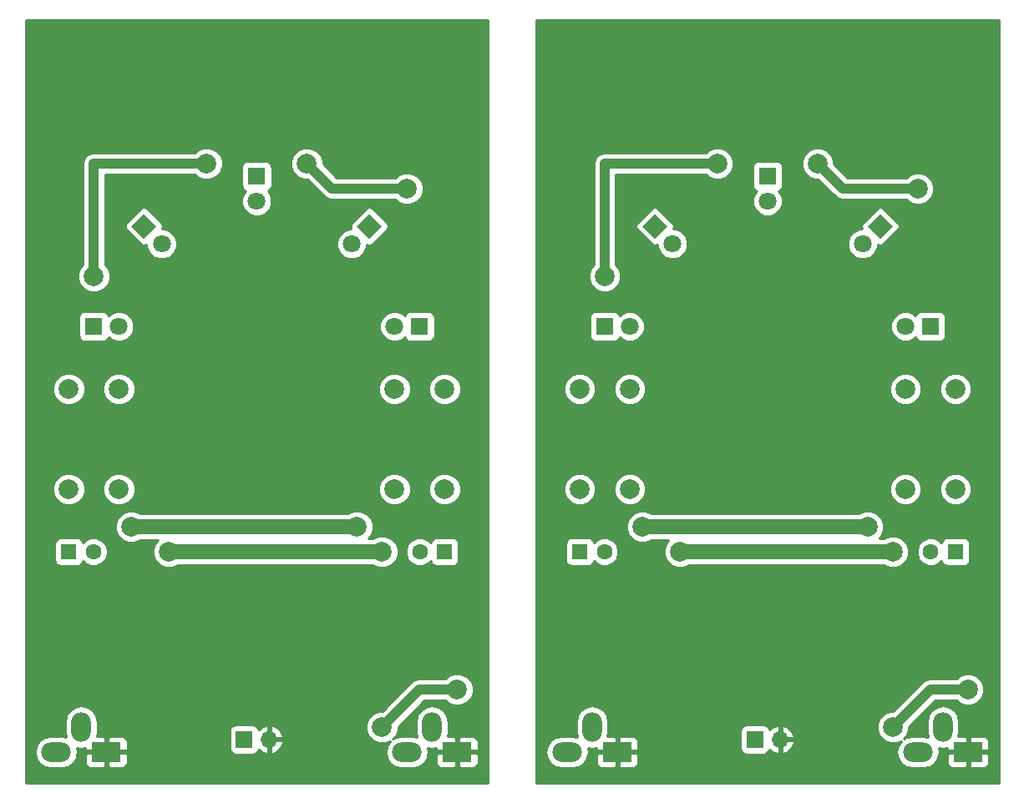
<source format=gbl>
G04 #@! TF.FileFunction,Copper,L2,Bot,Signal*
%FSLAX46Y46*%
G04 Gerber Fmt 4.6, Leading zero omitted, Abs format (unit mm)*
G04 Created by KiCad (PCBNEW 4.0.5-e0-6337~49~ubuntu16.04.1) date Sat May 13 16:51:14 2017*
%MOMM*%
%LPD*%
G01*
G04 APERTURE LIST*
%ADD10C,0.100000*%
%ADD11C,1.800000*%
%ADD12R,1.800000X1.800000*%
%ADD13O,2.000000X3.000000*%
%ADD14R,3.000000X2.000000*%
%ADD15O,3.000000X2.000000*%
%ADD16C,1.998980*%
%ADD17R,1.600000X1.600000*%
%ADD18C,1.600000*%
%ADD19R,1.700000X1.700000*%
%ADD20O,1.700000X1.700000*%
%ADD21C,2.000000*%
%ADD22C,1.000000*%
%ADD23C,1.500000*%
%ADD24C,0.254000*%
G04 APERTURE END LIST*
D10*
G36*
X-70130772Y33024160D02*
X-68857980Y34296952D01*
X-67585188Y33024160D01*
X-68857980Y31751368D01*
X-70130772Y33024160D01*
X-70130772Y33024160D01*
G37*
D11*
X-67061929Y31228109D03*
D10*
G36*
X-45997980Y34296952D02*
X-44725188Y33024160D01*
X-45997980Y31751368D01*
X-47270772Y33024160D01*
X-45997980Y34296952D01*
X-45997980Y34296952D01*
G37*
D11*
X-47794031Y31228109D03*
D12*
X-73937980Y22864160D03*
D11*
X-71397980Y22864160D03*
D12*
X-57427980Y38104160D03*
D11*
X-57427980Y35564160D03*
D12*
X-40917980Y22864160D03*
D11*
X-43457980Y22864160D03*
D13*
X-75207980Y-17775840D03*
D14*
X-72667980Y-20315840D03*
D15*
X-77747980Y-20315840D03*
D13*
X-39647980Y-17775840D03*
D14*
X-37107980Y-20315840D03*
D15*
X-42187980Y-20315840D03*
D16*
X-76477980Y16514160D03*
X-76477980Y6354160D03*
X-38377980Y16514160D03*
X-38377980Y6354160D03*
X-71397980Y16514160D03*
X-71397980Y6354160D03*
X-43457980Y16514160D03*
X-43457980Y6354160D03*
D17*
X-76477980Y4160D03*
D18*
X-73977980Y4160D03*
D17*
X-38377980Y4160D03*
D18*
X-40877980Y4160D03*
D19*
X-58697980Y-19045840D03*
D20*
X-56157980Y-19045840D03*
D10*
G36*
X-121921432Y33025980D02*
X-120648640Y34298772D01*
X-119375848Y33025980D01*
X-120648640Y31753188D01*
X-121921432Y33025980D01*
X-121921432Y33025980D01*
G37*
D11*
X-118852589Y31229929D03*
D10*
G36*
X-97788640Y34298772D02*
X-96515848Y33025980D01*
X-97788640Y31753188D01*
X-99061432Y33025980D01*
X-97788640Y34298772D01*
X-97788640Y34298772D01*
G37*
D11*
X-99584691Y31229929D03*
D12*
X-125728640Y22865980D03*
D11*
X-123188640Y22865980D03*
D12*
X-109218640Y38105980D03*
D11*
X-109218640Y35565980D03*
D12*
X-92708640Y22865980D03*
D11*
X-95248640Y22865980D03*
D13*
X-126998640Y-17774020D03*
D14*
X-124458640Y-20314020D03*
D15*
X-129538640Y-20314020D03*
D13*
X-91438640Y-17774020D03*
D14*
X-88898640Y-20314020D03*
D15*
X-93978640Y-20314020D03*
D16*
X-128268640Y16515980D03*
X-128268640Y6355980D03*
X-90168640Y16515980D03*
X-90168640Y6355980D03*
X-123188640Y16515980D03*
X-123188640Y6355980D03*
X-95248640Y16515980D03*
X-95248640Y6355980D03*
D17*
X-128268640Y5980D03*
D18*
X-125768640Y5980D03*
D17*
X-90168640Y5980D03*
D18*
X-92668640Y5980D03*
D19*
X-110488640Y-19044020D03*
D20*
X-107948640Y-19044020D03*
D21*
X-42187980Y36834160D03*
X-52347980Y39374160D03*
X-62507980Y39374160D03*
X-73937980Y27944160D03*
X-93978640Y36835980D03*
X-104138640Y39375980D03*
X-114298640Y39375980D03*
X-125728640Y27945980D03*
X-66317980Y4160D03*
X-44727980Y4160D03*
X-118108640Y5980D03*
X-96518640Y5980D03*
X-47267980Y2544160D03*
X-70127980Y2544160D03*
X-99058640Y2545980D03*
X-121918640Y2545980D03*
X-37107980Y-13965840D03*
X-44727980Y-17775840D03*
X-88898640Y-13964020D03*
X-96518640Y-17774020D03*
D22*
X-49807980Y36834160D02*
X-42187980Y36834160D01*
X-52347980Y39374160D02*
X-49807980Y36834160D01*
X-73937980Y39374160D02*
X-62507980Y39374160D01*
X-73937980Y27944160D02*
X-73937980Y39374160D01*
X-101598640Y36835980D02*
X-93978640Y36835980D01*
X-104138640Y39375980D02*
X-101598640Y36835980D01*
X-125728640Y39375980D02*
X-114298640Y39375980D01*
X-125728640Y27945980D02*
X-125728640Y39375980D01*
D23*
X-44727980Y4160D02*
X-66317980Y4160D01*
X-96518640Y5980D02*
X-118108640Y5980D01*
X-70127980Y2544160D02*
X-47267980Y2544160D01*
X-121918640Y2545980D02*
X-99058640Y2545980D01*
D22*
X-40917980Y-13965840D02*
X-37107980Y-13965840D01*
X-44727980Y-17775840D02*
X-40917980Y-13965840D01*
X-92708640Y-13964020D02*
X-88898640Y-13964020D01*
X-96518640Y-17774020D02*
X-92708640Y-13964020D01*
D24*
G36*
X-34007980Y-23415840D02*
X-80847980Y-23415840D01*
X-80847980Y-20315840D01*
X-79924807Y-20315840D01*
X-79800350Y-20941527D01*
X-79445927Y-21471960D01*
X-78915494Y-21826383D01*
X-78289807Y-21950840D01*
X-77206153Y-21950840D01*
X-76580466Y-21826383D01*
X-76050033Y-21471960D01*
X-75695610Y-20941527D01*
X-75627993Y-20601590D01*
X-74802980Y-20601590D01*
X-74802980Y-21442149D01*
X-74706307Y-21675538D01*
X-74527679Y-21854167D01*
X-74294290Y-21950840D01*
X-72953730Y-21950840D01*
X-72794980Y-21792090D01*
X-72794980Y-20442840D01*
X-72540980Y-20442840D01*
X-72540980Y-21792090D01*
X-72382230Y-21950840D01*
X-71041670Y-21950840D01*
X-70808281Y-21854167D01*
X-70629653Y-21675538D01*
X-70532980Y-21442149D01*
X-70532980Y-20601590D01*
X-70691730Y-20442840D01*
X-72540980Y-20442840D01*
X-72794980Y-20442840D01*
X-74644230Y-20442840D01*
X-74802980Y-20601590D01*
X-75627993Y-20601590D01*
X-75571153Y-20315840D01*
X-75661330Y-19862490D01*
X-75207980Y-19952667D01*
X-74802980Y-19872107D01*
X-74802980Y-20030090D01*
X-74644230Y-20188840D01*
X-72794980Y-20188840D01*
X-72794980Y-18839590D01*
X-72540980Y-18839590D01*
X-72540980Y-20188840D01*
X-70691730Y-20188840D01*
X-70532980Y-20030090D01*
X-70532980Y-19189531D01*
X-70629653Y-18956142D01*
X-70808281Y-18777513D01*
X-71041670Y-18680840D01*
X-72382230Y-18680840D01*
X-72540980Y-18839590D01*
X-72794980Y-18839590D01*
X-72953730Y-18680840D01*
X-73645220Y-18680840D01*
X-73572980Y-18317667D01*
X-73572980Y-18195840D01*
X-60195420Y-18195840D01*
X-60195420Y-19895840D01*
X-60151142Y-20131157D01*
X-60012070Y-20347281D01*
X-59799870Y-20492271D01*
X-59547980Y-20543280D01*
X-57847980Y-20543280D01*
X-57612663Y-20499002D01*
X-57396539Y-20359930D01*
X-57251549Y-20147730D01*
X-57229679Y-20039733D01*
X-56924904Y-20317485D01*
X-56514870Y-20487316D01*
X-56284980Y-20365995D01*
X-56284980Y-19172840D01*
X-56030980Y-19172840D01*
X-56030980Y-20365995D01*
X-55801090Y-20487316D01*
X-55391056Y-20317485D01*
X-54962797Y-19927198D01*
X-54716494Y-19402732D01*
X-54837161Y-19172840D01*
X-56030980Y-19172840D01*
X-56284980Y-19172840D01*
X-56304980Y-19172840D01*
X-56304980Y-18918840D01*
X-56284980Y-18918840D01*
X-56284980Y-17725685D01*
X-56030980Y-17725685D01*
X-56030980Y-18918840D01*
X-54837161Y-18918840D01*
X-54716494Y-18688948D01*
X-54962797Y-18164482D01*
X-55033953Y-18099635D01*
X-46363264Y-18099635D01*
X-46114874Y-18700783D01*
X-45655343Y-19161118D01*
X-45054628Y-19410556D01*
X-44404185Y-19411124D01*
X-43920321Y-19211195D01*
X-44240350Y-19690153D01*
X-44364807Y-20315840D01*
X-44240350Y-20941527D01*
X-43885927Y-21471960D01*
X-43355494Y-21826383D01*
X-42729807Y-21950840D01*
X-41646153Y-21950840D01*
X-41020466Y-21826383D01*
X-40490033Y-21471960D01*
X-40135610Y-20941527D01*
X-40067993Y-20601590D01*
X-39242980Y-20601590D01*
X-39242980Y-21442149D01*
X-39146307Y-21675538D01*
X-38967679Y-21854167D01*
X-38734290Y-21950840D01*
X-37393730Y-21950840D01*
X-37234980Y-21792090D01*
X-37234980Y-20442840D01*
X-36980980Y-20442840D01*
X-36980980Y-21792090D01*
X-36822230Y-21950840D01*
X-35481670Y-21950840D01*
X-35248281Y-21854167D01*
X-35069653Y-21675538D01*
X-34972980Y-21442149D01*
X-34972980Y-20601590D01*
X-35131730Y-20442840D01*
X-36980980Y-20442840D01*
X-37234980Y-20442840D01*
X-39084230Y-20442840D01*
X-39242980Y-20601590D01*
X-40067993Y-20601590D01*
X-40011153Y-20315840D01*
X-40101330Y-19862490D01*
X-39647980Y-19952667D01*
X-39242980Y-19872107D01*
X-39242980Y-20030090D01*
X-39084230Y-20188840D01*
X-37234980Y-20188840D01*
X-37234980Y-18839590D01*
X-36980980Y-18839590D01*
X-36980980Y-20188840D01*
X-35131730Y-20188840D01*
X-34972980Y-20030090D01*
X-34972980Y-19189531D01*
X-35069653Y-18956142D01*
X-35248281Y-18777513D01*
X-35481670Y-18680840D01*
X-36822230Y-18680840D01*
X-36980980Y-18839590D01*
X-37234980Y-18839590D01*
X-37393730Y-18680840D01*
X-38085220Y-18680840D01*
X-38012980Y-18317667D01*
X-38012980Y-17234013D01*
X-38137437Y-16608326D01*
X-38491860Y-16077893D01*
X-39022293Y-15723470D01*
X-39647980Y-15599013D01*
X-40273667Y-15723470D01*
X-40804100Y-16077893D01*
X-41158523Y-16608326D01*
X-41282980Y-17234013D01*
X-41282980Y-18317667D01*
X-41192803Y-18771017D01*
X-41646153Y-18680840D01*
X-42729807Y-18680840D01*
X-43355494Y-18805297D01*
X-43626111Y-18986117D01*
X-43342702Y-18703203D01*
X-43093264Y-18102488D01*
X-43092953Y-17745945D01*
X-40447848Y-15100840D01*
X-38285184Y-15100840D01*
X-38035343Y-15351118D01*
X-37434628Y-15600556D01*
X-36784185Y-15601124D01*
X-36183037Y-15352734D01*
X-35722702Y-14893203D01*
X-35473264Y-14292488D01*
X-35472696Y-13642045D01*
X-35721086Y-13040897D01*
X-36180617Y-12580562D01*
X-36781332Y-12331124D01*
X-37431775Y-12330556D01*
X-38032923Y-12578946D01*
X-38285258Y-12830840D01*
X-40917980Y-12830840D01*
X-41352325Y-12917236D01*
X-41720546Y-13163274D01*
X-44698137Y-16140865D01*
X-45051775Y-16140556D01*
X-45652923Y-16388946D01*
X-46113258Y-16848477D01*
X-46362696Y-17449192D01*
X-46363264Y-18099635D01*
X-55033953Y-18099635D01*
X-55391056Y-17774195D01*
X-55801090Y-17604364D01*
X-56030980Y-17725685D01*
X-56284980Y-17725685D01*
X-56514870Y-17604364D01*
X-56924904Y-17774195D01*
X-57227917Y-18050341D01*
X-57244818Y-17960523D01*
X-57383890Y-17744399D01*
X-57596090Y-17599409D01*
X-57847980Y-17548400D01*
X-59547980Y-17548400D01*
X-59783297Y-17592678D01*
X-59999421Y-17731750D01*
X-60144411Y-17943950D01*
X-60195420Y-18195840D01*
X-73572980Y-18195840D01*
X-73572980Y-17234013D01*
X-73697437Y-16608326D01*
X-74051860Y-16077893D01*
X-74582293Y-15723470D01*
X-75207980Y-15599013D01*
X-75833667Y-15723470D01*
X-76364100Y-16077893D01*
X-76718523Y-16608326D01*
X-76842980Y-17234013D01*
X-76842980Y-18317667D01*
X-76752803Y-18771017D01*
X-77206153Y-18680840D01*
X-78289807Y-18680840D01*
X-78915494Y-18805297D01*
X-79445927Y-19159720D01*
X-79800350Y-19690153D01*
X-79924807Y-20315840D01*
X-80847980Y-20315840D01*
X-80847980Y804160D01*
X-77925420Y804160D01*
X-77925420Y-795840D01*
X-77881142Y-1031157D01*
X-77742070Y-1247281D01*
X-77529870Y-1392271D01*
X-77277980Y-1443280D01*
X-75677980Y-1443280D01*
X-75442663Y-1399002D01*
X-75226539Y-1259930D01*
X-75081549Y-1047730D01*
X-75060300Y-942799D01*
X-74791903Y-1211664D01*
X-74264671Y-1430590D01*
X-73693793Y-1431088D01*
X-73166180Y-1213083D01*
X-72762156Y-809763D01*
X-72543230Y-282531D01*
X-72542732Y288347D01*
X-72760737Y815960D01*
X-73164057Y1219984D01*
X-73691289Y1438910D01*
X-74262167Y1439408D01*
X-74789780Y1221403D01*
X-75058563Y953088D01*
X-75074818Y1039477D01*
X-75213890Y1255601D01*
X-75426090Y1400591D01*
X-75677980Y1451600D01*
X-77277980Y1451600D01*
X-77513297Y1407322D01*
X-77729421Y1268250D01*
X-77874411Y1056050D01*
X-77925420Y804160D01*
X-80847980Y804160D01*
X-80847980Y2220365D01*
X-71763264Y2220365D01*
X-71514874Y1619217D01*
X-71055343Y1158882D01*
X-70454628Y909444D01*
X-69804185Y908876D01*
X-69203037Y1157266D01*
X-69201140Y1159160D01*
X-67475223Y1159160D01*
X-67703258Y931523D01*
X-67952696Y330808D01*
X-67953264Y-319635D01*
X-67704874Y-920783D01*
X-67245343Y-1381118D01*
X-66644628Y-1630556D01*
X-65994185Y-1631124D01*
X-65393037Y-1382734D01*
X-65391140Y-1380840D01*
X-45655621Y-1380840D01*
X-45655343Y-1381118D01*
X-45054628Y-1630556D01*
X-44404185Y-1631124D01*
X-43803037Y-1382734D01*
X-43342702Y-923203D01*
X-43093264Y-322488D01*
X-43093227Y-280027D01*
X-42313228Y-280027D01*
X-42095223Y-807640D01*
X-41691903Y-1211664D01*
X-41164671Y-1430590D01*
X-40593793Y-1431088D01*
X-40066180Y-1213083D01*
X-39797397Y-944768D01*
X-39781142Y-1031157D01*
X-39642070Y-1247281D01*
X-39429870Y-1392271D01*
X-39177980Y-1443280D01*
X-37577980Y-1443280D01*
X-37342663Y-1399002D01*
X-37126539Y-1259930D01*
X-36981549Y-1047730D01*
X-36930540Y-795840D01*
X-36930540Y804160D01*
X-36974818Y1039477D01*
X-37113890Y1255601D01*
X-37326090Y1400591D01*
X-37577980Y1451600D01*
X-39177980Y1451600D01*
X-39413297Y1407322D01*
X-39629421Y1268250D01*
X-39774411Y1056050D01*
X-39795660Y951119D01*
X-40064057Y1219984D01*
X-40591289Y1438910D01*
X-41162167Y1439408D01*
X-41689780Y1221403D01*
X-42093804Y818083D01*
X-42312730Y290851D01*
X-42313228Y-280027D01*
X-43093227Y-280027D01*
X-43092696Y327955D01*
X-43341086Y929103D01*
X-43800617Y1389438D01*
X-44401332Y1638876D01*
X-45051775Y1639444D01*
X-45652923Y1391054D01*
X-45654820Y1389160D01*
X-46110737Y1389160D01*
X-45882702Y1616797D01*
X-45633264Y2217512D01*
X-45632696Y2867955D01*
X-45881086Y3469103D01*
X-46340617Y3929438D01*
X-46941332Y4178876D01*
X-47591775Y4179444D01*
X-48192923Y3931054D01*
X-48194820Y3929160D01*
X-69200339Y3929160D01*
X-69200617Y3929438D01*
X-69801332Y4178876D01*
X-70451775Y4179444D01*
X-71052923Y3931054D01*
X-71513258Y3471523D01*
X-71762696Y2870808D01*
X-71763264Y2220365D01*
X-80847980Y2220365D01*
X-80847980Y6030466D01*
X-78112754Y6030466D01*
X-77864442Y5429505D01*
X-77405053Y4969314D01*
X-76804527Y4719954D01*
X-76154286Y4719386D01*
X-75553325Y4967698D01*
X-75093134Y5427087D01*
X-74843774Y6027613D01*
X-74843772Y6030466D01*
X-73032754Y6030466D01*
X-72784442Y5429505D01*
X-72325053Y4969314D01*
X-71724527Y4719954D01*
X-71074286Y4719386D01*
X-70473325Y4967698D01*
X-70013134Y5427087D01*
X-69763774Y6027613D01*
X-69763772Y6030466D01*
X-45092754Y6030466D01*
X-44844442Y5429505D01*
X-44385053Y4969314D01*
X-43784527Y4719954D01*
X-43134286Y4719386D01*
X-42533325Y4967698D01*
X-42073134Y5427087D01*
X-41823774Y6027613D01*
X-41823772Y6030466D01*
X-40012754Y6030466D01*
X-39764442Y5429505D01*
X-39305053Y4969314D01*
X-38704527Y4719954D01*
X-38054286Y4719386D01*
X-37453325Y4967698D01*
X-36993134Y5427087D01*
X-36743774Y6027613D01*
X-36743206Y6677854D01*
X-36991518Y7278815D01*
X-37450907Y7739006D01*
X-38051433Y7988366D01*
X-38701674Y7988934D01*
X-39302635Y7740622D01*
X-39762826Y7281233D01*
X-40012186Y6680707D01*
X-40012754Y6030466D01*
X-41823772Y6030466D01*
X-41823206Y6677854D01*
X-42071518Y7278815D01*
X-42530907Y7739006D01*
X-43131433Y7988366D01*
X-43781674Y7988934D01*
X-44382635Y7740622D01*
X-44842826Y7281233D01*
X-45092186Y6680707D01*
X-45092754Y6030466D01*
X-69763772Y6030466D01*
X-69763206Y6677854D01*
X-70011518Y7278815D01*
X-70470907Y7739006D01*
X-71071433Y7988366D01*
X-71721674Y7988934D01*
X-72322635Y7740622D01*
X-72782826Y7281233D01*
X-73032186Y6680707D01*
X-73032754Y6030466D01*
X-74843772Y6030466D01*
X-74843206Y6677854D01*
X-75091518Y7278815D01*
X-75550907Y7739006D01*
X-76151433Y7988366D01*
X-76801674Y7988934D01*
X-77402635Y7740622D01*
X-77862826Y7281233D01*
X-78112186Y6680707D01*
X-78112754Y6030466D01*
X-80847980Y6030466D01*
X-80847980Y16190466D01*
X-78112754Y16190466D01*
X-77864442Y15589505D01*
X-77405053Y15129314D01*
X-76804527Y14879954D01*
X-76154286Y14879386D01*
X-75553325Y15127698D01*
X-75093134Y15587087D01*
X-74843774Y16187613D01*
X-74843772Y16190466D01*
X-73032754Y16190466D01*
X-72784442Y15589505D01*
X-72325053Y15129314D01*
X-71724527Y14879954D01*
X-71074286Y14879386D01*
X-70473325Y15127698D01*
X-70013134Y15587087D01*
X-69763774Y16187613D01*
X-69763772Y16190466D01*
X-45092754Y16190466D01*
X-44844442Y15589505D01*
X-44385053Y15129314D01*
X-43784527Y14879954D01*
X-43134286Y14879386D01*
X-42533325Y15127698D01*
X-42073134Y15587087D01*
X-41823774Y16187613D01*
X-41823772Y16190466D01*
X-40012754Y16190466D01*
X-39764442Y15589505D01*
X-39305053Y15129314D01*
X-38704527Y14879954D01*
X-38054286Y14879386D01*
X-37453325Y15127698D01*
X-36993134Y15587087D01*
X-36743774Y16187613D01*
X-36743206Y16837854D01*
X-36991518Y17438815D01*
X-37450907Y17899006D01*
X-38051433Y18148366D01*
X-38701674Y18148934D01*
X-39302635Y17900622D01*
X-39762826Y17441233D01*
X-40012186Y16840707D01*
X-40012754Y16190466D01*
X-41823772Y16190466D01*
X-41823206Y16837854D01*
X-42071518Y17438815D01*
X-42530907Y17899006D01*
X-43131433Y18148366D01*
X-43781674Y18148934D01*
X-44382635Y17900622D01*
X-44842826Y17441233D01*
X-45092186Y16840707D01*
X-45092754Y16190466D01*
X-69763772Y16190466D01*
X-69763206Y16837854D01*
X-70011518Y17438815D01*
X-70470907Y17899006D01*
X-71071433Y18148366D01*
X-71721674Y18148934D01*
X-72322635Y17900622D01*
X-72782826Y17441233D01*
X-73032186Y16840707D01*
X-73032754Y16190466D01*
X-74843772Y16190466D01*
X-74843206Y16837854D01*
X-75091518Y17438815D01*
X-75550907Y17899006D01*
X-76151433Y18148366D01*
X-76801674Y18148934D01*
X-77402635Y17900622D01*
X-77862826Y17441233D01*
X-78112186Y16840707D01*
X-78112754Y16190466D01*
X-80847980Y16190466D01*
X-80847980Y23764160D01*
X-75485420Y23764160D01*
X-75485420Y21964160D01*
X-75441142Y21728843D01*
X-75302070Y21512719D01*
X-75089870Y21367729D01*
X-74837980Y21316720D01*
X-73037980Y21316720D01*
X-72802663Y21360998D01*
X-72586539Y21500070D01*
X-72441549Y21712270D01*
X-72437413Y21732694D01*
X-72268623Y21563609D01*
X-71704650Y21329427D01*
X-71093989Y21328895D01*
X-70529609Y21562092D01*
X-70097429Y21993517D01*
X-69863247Y22557490D01*
X-69863245Y22560169D01*
X-44993245Y22560169D01*
X-44760048Y21995789D01*
X-44328623Y21563609D01*
X-43764650Y21329427D01*
X-43153989Y21328895D01*
X-42589609Y21562092D01*
X-42421367Y21730040D01*
X-42421142Y21728843D01*
X-42282070Y21512719D01*
X-42069870Y21367729D01*
X-41817980Y21316720D01*
X-40017980Y21316720D01*
X-39782663Y21360998D01*
X-39566539Y21500070D01*
X-39421549Y21712270D01*
X-39370540Y21964160D01*
X-39370540Y23764160D01*
X-39414818Y23999477D01*
X-39553890Y24215601D01*
X-39766090Y24360591D01*
X-40017980Y24411600D01*
X-41817980Y24411600D01*
X-42053297Y24367322D01*
X-42269421Y24228250D01*
X-42414411Y24016050D01*
X-42418547Y23995626D01*
X-42587337Y24164711D01*
X-43151310Y24398893D01*
X-43761971Y24399425D01*
X-44326351Y24166228D01*
X-44758531Y23734803D01*
X-44992713Y23170830D01*
X-44993245Y22560169D01*
X-69863245Y22560169D01*
X-69862715Y23168151D01*
X-70095912Y23732531D01*
X-70527337Y24164711D01*
X-71091310Y24398893D01*
X-71701971Y24399425D01*
X-72266351Y24166228D01*
X-72434593Y23998280D01*
X-72434818Y23999477D01*
X-72573890Y24215601D01*
X-72786090Y24360591D01*
X-73037980Y24411600D01*
X-74837980Y24411600D01*
X-75073297Y24367322D01*
X-75289421Y24228250D01*
X-75434411Y24016050D01*
X-75485420Y23764160D01*
X-80847980Y23764160D01*
X-80847980Y27620365D01*
X-75573264Y27620365D01*
X-75324874Y27019217D01*
X-74865343Y26558882D01*
X-74264628Y26309444D01*
X-73614185Y26308876D01*
X-73013037Y26557266D01*
X-72552702Y27016797D01*
X-72303264Y27617512D01*
X-72302696Y28267955D01*
X-72551086Y28869103D01*
X-72802980Y29121438D01*
X-72802980Y33033104D01*
X-70778150Y33033104D01*
X-70730626Y32780533D01*
X-70588581Y32566351D01*
X-69315789Y31293559D01*
X-69118086Y31158474D01*
X-68866924Y31103990D01*
X-68614353Y31151514D01*
X-68596986Y31163032D01*
X-68597194Y30924118D01*
X-68363997Y30359738D01*
X-67932572Y29927558D01*
X-67368599Y29693376D01*
X-66757938Y29692844D01*
X-66193558Y29926041D01*
X-65761378Y30357466D01*
X-65527196Y30921439D01*
X-65527194Y30924118D01*
X-49329296Y30924118D01*
X-49096099Y30359738D01*
X-48664674Y29927558D01*
X-48100701Y29693376D01*
X-47490040Y29692844D01*
X-46925660Y29926041D01*
X-46493480Y30357466D01*
X-46259298Y30921439D01*
X-46259091Y31159161D01*
X-46258086Y31158474D01*
X-46006924Y31103990D01*
X-45754353Y31151514D01*
X-45540171Y31293559D01*
X-44267379Y32566351D01*
X-44132294Y32764054D01*
X-44077810Y33015216D01*
X-44125334Y33267787D01*
X-44267379Y33481969D01*
X-45540171Y34754761D01*
X-45737874Y34889846D01*
X-45989036Y34944330D01*
X-46241607Y34896806D01*
X-46455789Y34754761D01*
X-47728581Y33481969D01*
X-47863666Y33284266D01*
X-47918150Y33033104D01*
X-47870626Y32780533D01*
X-47859108Y32763166D01*
X-48098022Y32763374D01*
X-48662402Y32530177D01*
X-49094582Y32098752D01*
X-49328764Y31534779D01*
X-49329296Y30924118D01*
X-65527194Y30924118D01*
X-65526664Y31532100D01*
X-65759861Y32096480D01*
X-66191286Y32528660D01*
X-66755259Y32762842D01*
X-66992981Y32763049D01*
X-66992294Y32764054D01*
X-66937810Y33015216D01*
X-66985334Y33267787D01*
X-67127379Y33481969D01*
X-68400171Y34754761D01*
X-68597874Y34889846D01*
X-68849036Y34944330D01*
X-69101607Y34896806D01*
X-69315789Y34754761D01*
X-70588581Y33481969D01*
X-70723666Y33284266D01*
X-70778150Y33033104D01*
X-72802980Y33033104D01*
X-72802980Y38239160D01*
X-63685184Y38239160D01*
X-63435343Y37988882D01*
X-62834628Y37739444D01*
X-62184185Y37738876D01*
X-61583037Y37987266D01*
X-61122702Y38446797D01*
X-60891266Y39004160D01*
X-58975420Y39004160D01*
X-58975420Y37204160D01*
X-58931142Y36968843D01*
X-58792070Y36752719D01*
X-58579870Y36607729D01*
X-58559446Y36603593D01*
X-58728531Y36434803D01*
X-58962713Y35870830D01*
X-58963245Y35260169D01*
X-58730048Y34695789D01*
X-58298623Y34263609D01*
X-57734650Y34029427D01*
X-57123989Y34028895D01*
X-56559609Y34262092D01*
X-56127429Y34693517D01*
X-55893247Y35257490D01*
X-55892715Y35868151D01*
X-56125912Y36432531D01*
X-56293860Y36600773D01*
X-56292663Y36600998D01*
X-56076539Y36740070D01*
X-55931549Y36952270D01*
X-55880540Y37204160D01*
X-55880540Y39004160D01*
X-55889234Y39050365D01*
X-53983264Y39050365D01*
X-53734874Y38449217D01*
X-53275343Y37988882D01*
X-52674628Y37739444D01*
X-52318085Y37739133D01*
X-50610547Y36031594D01*
X-50369946Y35870830D01*
X-50242326Y35785557D01*
X-49807980Y35699160D01*
X-43365184Y35699160D01*
X-43115343Y35448882D01*
X-42514628Y35199444D01*
X-41864185Y35198876D01*
X-41263037Y35447266D01*
X-40802702Y35906797D01*
X-40553264Y36507512D01*
X-40552696Y37157955D01*
X-40801086Y37759103D01*
X-41260617Y38219438D01*
X-41861332Y38468876D01*
X-42511775Y38469444D01*
X-43112923Y38221054D01*
X-43365258Y37969160D01*
X-49337847Y37969160D01*
X-50713005Y39344317D01*
X-50712696Y39697955D01*
X-50961086Y40299103D01*
X-51420617Y40759438D01*
X-52021332Y41008876D01*
X-52671775Y41009444D01*
X-53272923Y40761054D01*
X-53733258Y40301523D01*
X-53982696Y39700808D01*
X-53983264Y39050365D01*
X-55889234Y39050365D01*
X-55924818Y39239477D01*
X-56063890Y39455601D01*
X-56276090Y39600591D01*
X-56527980Y39651600D01*
X-58327980Y39651600D01*
X-58563297Y39607322D01*
X-58779421Y39468250D01*
X-58924411Y39256050D01*
X-58975420Y39004160D01*
X-60891266Y39004160D01*
X-60873264Y39047512D01*
X-60872696Y39697955D01*
X-61121086Y40299103D01*
X-61580617Y40759438D01*
X-62181332Y41008876D01*
X-62831775Y41009444D01*
X-63432923Y40761054D01*
X-63685258Y40509160D01*
X-73937980Y40509160D01*
X-74372326Y40422763D01*
X-74740546Y40176726D01*
X-74986583Y39808506D01*
X-75072980Y39374160D01*
X-75072980Y29121364D01*
X-75323258Y28871523D01*
X-75572696Y28270808D01*
X-75573264Y27620365D01*
X-80847980Y27620365D01*
X-80847980Y53904160D01*
X-34007980Y53904160D01*
X-34007980Y-23415840D01*
X-34007980Y-23415840D01*
G37*
X-34007980Y-23415840D02*
X-80847980Y-23415840D01*
X-80847980Y-20315840D01*
X-79924807Y-20315840D01*
X-79800350Y-20941527D01*
X-79445927Y-21471960D01*
X-78915494Y-21826383D01*
X-78289807Y-21950840D01*
X-77206153Y-21950840D01*
X-76580466Y-21826383D01*
X-76050033Y-21471960D01*
X-75695610Y-20941527D01*
X-75627993Y-20601590D01*
X-74802980Y-20601590D01*
X-74802980Y-21442149D01*
X-74706307Y-21675538D01*
X-74527679Y-21854167D01*
X-74294290Y-21950840D01*
X-72953730Y-21950840D01*
X-72794980Y-21792090D01*
X-72794980Y-20442840D01*
X-72540980Y-20442840D01*
X-72540980Y-21792090D01*
X-72382230Y-21950840D01*
X-71041670Y-21950840D01*
X-70808281Y-21854167D01*
X-70629653Y-21675538D01*
X-70532980Y-21442149D01*
X-70532980Y-20601590D01*
X-70691730Y-20442840D01*
X-72540980Y-20442840D01*
X-72794980Y-20442840D01*
X-74644230Y-20442840D01*
X-74802980Y-20601590D01*
X-75627993Y-20601590D01*
X-75571153Y-20315840D01*
X-75661330Y-19862490D01*
X-75207980Y-19952667D01*
X-74802980Y-19872107D01*
X-74802980Y-20030090D01*
X-74644230Y-20188840D01*
X-72794980Y-20188840D01*
X-72794980Y-18839590D01*
X-72540980Y-18839590D01*
X-72540980Y-20188840D01*
X-70691730Y-20188840D01*
X-70532980Y-20030090D01*
X-70532980Y-19189531D01*
X-70629653Y-18956142D01*
X-70808281Y-18777513D01*
X-71041670Y-18680840D01*
X-72382230Y-18680840D01*
X-72540980Y-18839590D01*
X-72794980Y-18839590D01*
X-72953730Y-18680840D01*
X-73645220Y-18680840D01*
X-73572980Y-18317667D01*
X-73572980Y-18195840D01*
X-60195420Y-18195840D01*
X-60195420Y-19895840D01*
X-60151142Y-20131157D01*
X-60012070Y-20347281D01*
X-59799870Y-20492271D01*
X-59547980Y-20543280D01*
X-57847980Y-20543280D01*
X-57612663Y-20499002D01*
X-57396539Y-20359930D01*
X-57251549Y-20147730D01*
X-57229679Y-20039733D01*
X-56924904Y-20317485D01*
X-56514870Y-20487316D01*
X-56284980Y-20365995D01*
X-56284980Y-19172840D01*
X-56030980Y-19172840D01*
X-56030980Y-20365995D01*
X-55801090Y-20487316D01*
X-55391056Y-20317485D01*
X-54962797Y-19927198D01*
X-54716494Y-19402732D01*
X-54837161Y-19172840D01*
X-56030980Y-19172840D01*
X-56284980Y-19172840D01*
X-56304980Y-19172840D01*
X-56304980Y-18918840D01*
X-56284980Y-18918840D01*
X-56284980Y-17725685D01*
X-56030980Y-17725685D01*
X-56030980Y-18918840D01*
X-54837161Y-18918840D01*
X-54716494Y-18688948D01*
X-54962797Y-18164482D01*
X-55033953Y-18099635D01*
X-46363264Y-18099635D01*
X-46114874Y-18700783D01*
X-45655343Y-19161118D01*
X-45054628Y-19410556D01*
X-44404185Y-19411124D01*
X-43920321Y-19211195D01*
X-44240350Y-19690153D01*
X-44364807Y-20315840D01*
X-44240350Y-20941527D01*
X-43885927Y-21471960D01*
X-43355494Y-21826383D01*
X-42729807Y-21950840D01*
X-41646153Y-21950840D01*
X-41020466Y-21826383D01*
X-40490033Y-21471960D01*
X-40135610Y-20941527D01*
X-40067993Y-20601590D01*
X-39242980Y-20601590D01*
X-39242980Y-21442149D01*
X-39146307Y-21675538D01*
X-38967679Y-21854167D01*
X-38734290Y-21950840D01*
X-37393730Y-21950840D01*
X-37234980Y-21792090D01*
X-37234980Y-20442840D01*
X-36980980Y-20442840D01*
X-36980980Y-21792090D01*
X-36822230Y-21950840D01*
X-35481670Y-21950840D01*
X-35248281Y-21854167D01*
X-35069653Y-21675538D01*
X-34972980Y-21442149D01*
X-34972980Y-20601590D01*
X-35131730Y-20442840D01*
X-36980980Y-20442840D01*
X-37234980Y-20442840D01*
X-39084230Y-20442840D01*
X-39242980Y-20601590D01*
X-40067993Y-20601590D01*
X-40011153Y-20315840D01*
X-40101330Y-19862490D01*
X-39647980Y-19952667D01*
X-39242980Y-19872107D01*
X-39242980Y-20030090D01*
X-39084230Y-20188840D01*
X-37234980Y-20188840D01*
X-37234980Y-18839590D01*
X-36980980Y-18839590D01*
X-36980980Y-20188840D01*
X-35131730Y-20188840D01*
X-34972980Y-20030090D01*
X-34972980Y-19189531D01*
X-35069653Y-18956142D01*
X-35248281Y-18777513D01*
X-35481670Y-18680840D01*
X-36822230Y-18680840D01*
X-36980980Y-18839590D01*
X-37234980Y-18839590D01*
X-37393730Y-18680840D01*
X-38085220Y-18680840D01*
X-38012980Y-18317667D01*
X-38012980Y-17234013D01*
X-38137437Y-16608326D01*
X-38491860Y-16077893D01*
X-39022293Y-15723470D01*
X-39647980Y-15599013D01*
X-40273667Y-15723470D01*
X-40804100Y-16077893D01*
X-41158523Y-16608326D01*
X-41282980Y-17234013D01*
X-41282980Y-18317667D01*
X-41192803Y-18771017D01*
X-41646153Y-18680840D01*
X-42729807Y-18680840D01*
X-43355494Y-18805297D01*
X-43626111Y-18986117D01*
X-43342702Y-18703203D01*
X-43093264Y-18102488D01*
X-43092953Y-17745945D01*
X-40447848Y-15100840D01*
X-38285184Y-15100840D01*
X-38035343Y-15351118D01*
X-37434628Y-15600556D01*
X-36784185Y-15601124D01*
X-36183037Y-15352734D01*
X-35722702Y-14893203D01*
X-35473264Y-14292488D01*
X-35472696Y-13642045D01*
X-35721086Y-13040897D01*
X-36180617Y-12580562D01*
X-36781332Y-12331124D01*
X-37431775Y-12330556D01*
X-38032923Y-12578946D01*
X-38285258Y-12830840D01*
X-40917980Y-12830840D01*
X-41352325Y-12917236D01*
X-41720546Y-13163274D01*
X-44698137Y-16140865D01*
X-45051775Y-16140556D01*
X-45652923Y-16388946D01*
X-46113258Y-16848477D01*
X-46362696Y-17449192D01*
X-46363264Y-18099635D01*
X-55033953Y-18099635D01*
X-55391056Y-17774195D01*
X-55801090Y-17604364D01*
X-56030980Y-17725685D01*
X-56284980Y-17725685D01*
X-56514870Y-17604364D01*
X-56924904Y-17774195D01*
X-57227917Y-18050341D01*
X-57244818Y-17960523D01*
X-57383890Y-17744399D01*
X-57596090Y-17599409D01*
X-57847980Y-17548400D01*
X-59547980Y-17548400D01*
X-59783297Y-17592678D01*
X-59999421Y-17731750D01*
X-60144411Y-17943950D01*
X-60195420Y-18195840D01*
X-73572980Y-18195840D01*
X-73572980Y-17234013D01*
X-73697437Y-16608326D01*
X-74051860Y-16077893D01*
X-74582293Y-15723470D01*
X-75207980Y-15599013D01*
X-75833667Y-15723470D01*
X-76364100Y-16077893D01*
X-76718523Y-16608326D01*
X-76842980Y-17234013D01*
X-76842980Y-18317667D01*
X-76752803Y-18771017D01*
X-77206153Y-18680840D01*
X-78289807Y-18680840D01*
X-78915494Y-18805297D01*
X-79445927Y-19159720D01*
X-79800350Y-19690153D01*
X-79924807Y-20315840D01*
X-80847980Y-20315840D01*
X-80847980Y804160D01*
X-77925420Y804160D01*
X-77925420Y-795840D01*
X-77881142Y-1031157D01*
X-77742070Y-1247281D01*
X-77529870Y-1392271D01*
X-77277980Y-1443280D01*
X-75677980Y-1443280D01*
X-75442663Y-1399002D01*
X-75226539Y-1259930D01*
X-75081549Y-1047730D01*
X-75060300Y-942799D01*
X-74791903Y-1211664D01*
X-74264671Y-1430590D01*
X-73693793Y-1431088D01*
X-73166180Y-1213083D01*
X-72762156Y-809763D01*
X-72543230Y-282531D01*
X-72542732Y288347D01*
X-72760737Y815960D01*
X-73164057Y1219984D01*
X-73691289Y1438910D01*
X-74262167Y1439408D01*
X-74789780Y1221403D01*
X-75058563Y953088D01*
X-75074818Y1039477D01*
X-75213890Y1255601D01*
X-75426090Y1400591D01*
X-75677980Y1451600D01*
X-77277980Y1451600D01*
X-77513297Y1407322D01*
X-77729421Y1268250D01*
X-77874411Y1056050D01*
X-77925420Y804160D01*
X-80847980Y804160D01*
X-80847980Y2220365D01*
X-71763264Y2220365D01*
X-71514874Y1619217D01*
X-71055343Y1158882D01*
X-70454628Y909444D01*
X-69804185Y908876D01*
X-69203037Y1157266D01*
X-69201140Y1159160D01*
X-67475223Y1159160D01*
X-67703258Y931523D01*
X-67952696Y330808D01*
X-67953264Y-319635D01*
X-67704874Y-920783D01*
X-67245343Y-1381118D01*
X-66644628Y-1630556D01*
X-65994185Y-1631124D01*
X-65393037Y-1382734D01*
X-65391140Y-1380840D01*
X-45655621Y-1380840D01*
X-45655343Y-1381118D01*
X-45054628Y-1630556D01*
X-44404185Y-1631124D01*
X-43803037Y-1382734D01*
X-43342702Y-923203D01*
X-43093264Y-322488D01*
X-43093227Y-280027D01*
X-42313228Y-280027D01*
X-42095223Y-807640D01*
X-41691903Y-1211664D01*
X-41164671Y-1430590D01*
X-40593793Y-1431088D01*
X-40066180Y-1213083D01*
X-39797397Y-944768D01*
X-39781142Y-1031157D01*
X-39642070Y-1247281D01*
X-39429870Y-1392271D01*
X-39177980Y-1443280D01*
X-37577980Y-1443280D01*
X-37342663Y-1399002D01*
X-37126539Y-1259930D01*
X-36981549Y-1047730D01*
X-36930540Y-795840D01*
X-36930540Y804160D01*
X-36974818Y1039477D01*
X-37113890Y1255601D01*
X-37326090Y1400591D01*
X-37577980Y1451600D01*
X-39177980Y1451600D01*
X-39413297Y1407322D01*
X-39629421Y1268250D01*
X-39774411Y1056050D01*
X-39795660Y951119D01*
X-40064057Y1219984D01*
X-40591289Y1438910D01*
X-41162167Y1439408D01*
X-41689780Y1221403D01*
X-42093804Y818083D01*
X-42312730Y290851D01*
X-42313228Y-280027D01*
X-43093227Y-280027D01*
X-43092696Y327955D01*
X-43341086Y929103D01*
X-43800617Y1389438D01*
X-44401332Y1638876D01*
X-45051775Y1639444D01*
X-45652923Y1391054D01*
X-45654820Y1389160D01*
X-46110737Y1389160D01*
X-45882702Y1616797D01*
X-45633264Y2217512D01*
X-45632696Y2867955D01*
X-45881086Y3469103D01*
X-46340617Y3929438D01*
X-46941332Y4178876D01*
X-47591775Y4179444D01*
X-48192923Y3931054D01*
X-48194820Y3929160D01*
X-69200339Y3929160D01*
X-69200617Y3929438D01*
X-69801332Y4178876D01*
X-70451775Y4179444D01*
X-71052923Y3931054D01*
X-71513258Y3471523D01*
X-71762696Y2870808D01*
X-71763264Y2220365D01*
X-80847980Y2220365D01*
X-80847980Y6030466D01*
X-78112754Y6030466D01*
X-77864442Y5429505D01*
X-77405053Y4969314D01*
X-76804527Y4719954D01*
X-76154286Y4719386D01*
X-75553325Y4967698D01*
X-75093134Y5427087D01*
X-74843774Y6027613D01*
X-74843772Y6030466D01*
X-73032754Y6030466D01*
X-72784442Y5429505D01*
X-72325053Y4969314D01*
X-71724527Y4719954D01*
X-71074286Y4719386D01*
X-70473325Y4967698D01*
X-70013134Y5427087D01*
X-69763774Y6027613D01*
X-69763772Y6030466D01*
X-45092754Y6030466D01*
X-44844442Y5429505D01*
X-44385053Y4969314D01*
X-43784527Y4719954D01*
X-43134286Y4719386D01*
X-42533325Y4967698D01*
X-42073134Y5427087D01*
X-41823774Y6027613D01*
X-41823772Y6030466D01*
X-40012754Y6030466D01*
X-39764442Y5429505D01*
X-39305053Y4969314D01*
X-38704527Y4719954D01*
X-38054286Y4719386D01*
X-37453325Y4967698D01*
X-36993134Y5427087D01*
X-36743774Y6027613D01*
X-36743206Y6677854D01*
X-36991518Y7278815D01*
X-37450907Y7739006D01*
X-38051433Y7988366D01*
X-38701674Y7988934D01*
X-39302635Y7740622D01*
X-39762826Y7281233D01*
X-40012186Y6680707D01*
X-40012754Y6030466D01*
X-41823772Y6030466D01*
X-41823206Y6677854D01*
X-42071518Y7278815D01*
X-42530907Y7739006D01*
X-43131433Y7988366D01*
X-43781674Y7988934D01*
X-44382635Y7740622D01*
X-44842826Y7281233D01*
X-45092186Y6680707D01*
X-45092754Y6030466D01*
X-69763772Y6030466D01*
X-69763206Y6677854D01*
X-70011518Y7278815D01*
X-70470907Y7739006D01*
X-71071433Y7988366D01*
X-71721674Y7988934D01*
X-72322635Y7740622D01*
X-72782826Y7281233D01*
X-73032186Y6680707D01*
X-73032754Y6030466D01*
X-74843772Y6030466D01*
X-74843206Y6677854D01*
X-75091518Y7278815D01*
X-75550907Y7739006D01*
X-76151433Y7988366D01*
X-76801674Y7988934D01*
X-77402635Y7740622D01*
X-77862826Y7281233D01*
X-78112186Y6680707D01*
X-78112754Y6030466D01*
X-80847980Y6030466D01*
X-80847980Y16190466D01*
X-78112754Y16190466D01*
X-77864442Y15589505D01*
X-77405053Y15129314D01*
X-76804527Y14879954D01*
X-76154286Y14879386D01*
X-75553325Y15127698D01*
X-75093134Y15587087D01*
X-74843774Y16187613D01*
X-74843772Y16190466D01*
X-73032754Y16190466D01*
X-72784442Y15589505D01*
X-72325053Y15129314D01*
X-71724527Y14879954D01*
X-71074286Y14879386D01*
X-70473325Y15127698D01*
X-70013134Y15587087D01*
X-69763774Y16187613D01*
X-69763772Y16190466D01*
X-45092754Y16190466D01*
X-44844442Y15589505D01*
X-44385053Y15129314D01*
X-43784527Y14879954D01*
X-43134286Y14879386D01*
X-42533325Y15127698D01*
X-42073134Y15587087D01*
X-41823774Y16187613D01*
X-41823772Y16190466D01*
X-40012754Y16190466D01*
X-39764442Y15589505D01*
X-39305053Y15129314D01*
X-38704527Y14879954D01*
X-38054286Y14879386D01*
X-37453325Y15127698D01*
X-36993134Y15587087D01*
X-36743774Y16187613D01*
X-36743206Y16837854D01*
X-36991518Y17438815D01*
X-37450907Y17899006D01*
X-38051433Y18148366D01*
X-38701674Y18148934D01*
X-39302635Y17900622D01*
X-39762826Y17441233D01*
X-40012186Y16840707D01*
X-40012754Y16190466D01*
X-41823772Y16190466D01*
X-41823206Y16837854D01*
X-42071518Y17438815D01*
X-42530907Y17899006D01*
X-43131433Y18148366D01*
X-43781674Y18148934D01*
X-44382635Y17900622D01*
X-44842826Y17441233D01*
X-45092186Y16840707D01*
X-45092754Y16190466D01*
X-69763772Y16190466D01*
X-69763206Y16837854D01*
X-70011518Y17438815D01*
X-70470907Y17899006D01*
X-71071433Y18148366D01*
X-71721674Y18148934D01*
X-72322635Y17900622D01*
X-72782826Y17441233D01*
X-73032186Y16840707D01*
X-73032754Y16190466D01*
X-74843772Y16190466D01*
X-74843206Y16837854D01*
X-75091518Y17438815D01*
X-75550907Y17899006D01*
X-76151433Y18148366D01*
X-76801674Y18148934D01*
X-77402635Y17900622D01*
X-77862826Y17441233D01*
X-78112186Y16840707D01*
X-78112754Y16190466D01*
X-80847980Y16190466D01*
X-80847980Y23764160D01*
X-75485420Y23764160D01*
X-75485420Y21964160D01*
X-75441142Y21728843D01*
X-75302070Y21512719D01*
X-75089870Y21367729D01*
X-74837980Y21316720D01*
X-73037980Y21316720D01*
X-72802663Y21360998D01*
X-72586539Y21500070D01*
X-72441549Y21712270D01*
X-72437413Y21732694D01*
X-72268623Y21563609D01*
X-71704650Y21329427D01*
X-71093989Y21328895D01*
X-70529609Y21562092D01*
X-70097429Y21993517D01*
X-69863247Y22557490D01*
X-69863245Y22560169D01*
X-44993245Y22560169D01*
X-44760048Y21995789D01*
X-44328623Y21563609D01*
X-43764650Y21329427D01*
X-43153989Y21328895D01*
X-42589609Y21562092D01*
X-42421367Y21730040D01*
X-42421142Y21728843D01*
X-42282070Y21512719D01*
X-42069870Y21367729D01*
X-41817980Y21316720D01*
X-40017980Y21316720D01*
X-39782663Y21360998D01*
X-39566539Y21500070D01*
X-39421549Y21712270D01*
X-39370540Y21964160D01*
X-39370540Y23764160D01*
X-39414818Y23999477D01*
X-39553890Y24215601D01*
X-39766090Y24360591D01*
X-40017980Y24411600D01*
X-41817980Y24411600D01*
X-42053297Y24367322D01*
X-42269421Y24228250D01*
X-42414411Y24016050D01*
X-42418547Y23995626D01*
X-42587337Y24164711D01*
X-43151310Y24398893D01*
X-43761971Y24399425D01*
X-44326351Y24166228D01*
X-44758531Y23734803D01*
X-44992713Y23170830D01*
X-44993245Y22560169D01*
X-69863245Y22560169D01*
X-69862715Y23168151D01*
X-70095912Y23732531D01*
X-70527337Y24164711D01*
X-71091310Y24398893D01*
X-71701971Y24399425D01*
X-72266351Y24166228D01*
X-72434593Y23998280D01*
X-72434818Y23999477D01*
X-72573890Y24215601D01*
X-72786090Y24360591D01*
X-73037980Y24411600D01*
X-74837980Y24411600D01*
X-75073297Y24367322D01*
X-75289421Y24228250D01*
X-75434411Y24016050D01*
X-75485420Y23764160D01*
X-80847980Y23764160D01*
X-80847980Y27620365D01*
X-75573264Y27620365D01*
X-75324874Y27019217D01*
X-74865343Y26558882D01*
X-74264628Y26309444D01*
X-73614185Y26308876D01*
X-73013037Y26557266D01*
X-72552702Y27016797D01*
X-72303264Y27617512D01*
X-72302696Y28267955D01*
X-72551086Y28869103D01*
X-72802980Y29121438D01*
X-72802980Y33033104D01*
X-70778150Y33033104D01*
X-70730626Y32780533D01*
X-70588581Y32566351D01*
X-69315789Y31293559D01*
X-69118086Y31158474D01*
X-68866924Y31103990D01*
X-68614353Y31151514D01*
X-68596986Y31163032D01*
X-68597194Y30924118D01*
X-68363997Y30359738D01*
X-67932572Y29927558D01*
X-67368599Y29693376D01*
X-66757938Y29692844D01*
X-66193558Y29926041D01*
X-65761378Y30357466D01*
X-65527196Y30921439D01*
X-65527194Y30924118D01*
X-49329296Y30924118D01*
X-49096099Y30359738D01*
X-48664674Y29927558D01*
X-48100701Y29693376D01*
X-47490040Y29692844D01*
X-46925660Y29926041D01*
X-46493480Y30357466D01*
X-46259298Y30921439D01*
X-46259091Y31159161D01*
X-46258086Y31158474D01*
X-46006924Y31103990D01*
X-45754353Y31151514D01*
X-45540171Y31293559D01*
X-44267379Y32566351D01*
X-44132294Y32764054D01*
X-44077810Y33015216D01*
X-44125334Y33267787D01*
X-44267379Y33481969D01*
X-45540171Y34754761D01*
X-45737874Y34889846D01*
X-45989036Y34944330D01*
X-46241607Y34896806D01*
X-46455789Y34754761D01*
X-47728581Y33481969D01*
X-47863666Y33284266D01*
X-47918150Y33033104D01*
X-47870626Y32780533D01*
X-47859108Y32763166D01*
X-48098022Y32763374D01*
X-48662402Y32530177D01*
X-49094582Y32098752D01*
X-49328764Y31534779D01*
X-49329296Y30924118D01*
X-65527194Y30924118D01*
X-65526664Y31532100D01*
X-65759861Y32096480D01*
X-66191286Y32528660D01*
X-66755259Y32762842D01*
X-66992981Y32763049D01*
X-66992294Y32764054D01*
X-66937810Y33015216D01*
X-66985334Y33267787D01*
X-67127379Y33481969D01*
X-68400171Y34754761D01*
X-68597874Y34889846D01*
X-68849036Y34944330D01*
X-69101607Y34896806D01*
X-69315789Y34754761D01*
X-70588581Y33481969D01*
X-70723666Y33284266D01*
X-70778150Y33033104D01*
X-72802980Y33033104D01*
X-72802980Y38239160D01*
X-63685184Y38239160D01*
X-63435343Y37988882D01*
X-62834628Y37739444D01*
X-62184185Y37738876D01*
X-61583037Y37987266D01*
X-61122702Y38446797D01*
X-60891266Y39004160D01*
X-58975420Y39004160D01*
X-58975420Y37204160D01*
X-58931142Y36968843D01*
X-58792070Y36752719D01*
X-58579870Y36607729D01*
X-58559446Y36603593D01*
X-58728531Y36434803D01*
X-58962713Y35870830D01*
X-58963245Y35260169D01*
X-58730048Y34695789D01*
X-58298623Y34263609D01*
X-57734650Y34029427D01*
X-57123989Y34028895D01*
X-56559609Y34262092D01*
X-56127429Y34693517D01*
X-55893247Y35257490D01*
X-55892715Y35868151D01*
X-56125912Y36432531D01*
X-56293860Y36600773D01*
X-56292663Y36600998D01*
X-56076539Y36740070D01*
X-55931549Y36952270D01*
X-55880540Y37204160D01*
X-55880540Y39004160D01*
X-55889234Y39050365D01*
X-53983264Y39050365D01*
X-53734874Y38449217D01*
X-53275343Y37988882D01*
X-52674628Y37739444D01*
X-52318085Y37739133D01*
X-50610547Y36031594D01*
X-50369946Y35870830D01*
X-50242326Y35785557D01*
X-49807980Y35699160D01*
X-43365184Y35699160D01*
X-43115343Y35448882D01*
X-42514628Y35199444D01*
X-41864185Y35198876D01*
X-41263037Y35447266D01*
X-40802702Y35906797D01*
X-40553264Y36507512D01*
X-40552696Y37157955D01*
X-40801086Y37759103D01*
X-41260617Y38219438D01*
X-41861332Y38468876D01*
X-42511775Y38469444D01*
X-43112923Y38221054D01*
X-43365258Y37969160D01*
X-49337847Y37969160D01*
X-50713005Y39344317D01*
X-50712696Y39697955D01*
X-50961086Y40299103D01*
X-51420617Y40759438D01*
X-52021332Y41008876D01*
X-52671775Y41009444D01*
X-53272923Y40761054D01*
X-53733258Y40301523D01*
X-53982696Y39700808D01*
X-53983264Y39050365D01*
X-55889234Y39050365D01*
X-55924818Y39239477D01*
X-56063890Y39455601D01*
X-56276090Y39600591D01*
X-56527980Y39651600D01*
X-58327980Y39651600D01*
X-58563297Y39607322D01*
X-58779421Y39468250D01*
X-58924411Y39256050D01*
X-58975420Y39004160D01*
X-60891266Y39004160D01*
X-60873264Y39047512D01*
X-60872696Y39697955D01*
X-61121086Y40299103D01*
X-61580617Y40759438D01*
X-62181332Y41008876D01*
X-62831775Y41009444D01*
X-63432923Y40761054D01*
X-63685258Y40509160D01*
X-73937980Y40509160D01*
X-74372326Y40422763D01*
X-74740546Y40176726D01*
X-74986583Y39808506D01*
X-75072980Y39374160D01*
X-75072980Y29121364D01*
X-75323258Y28871523D01*
X-75572696Y28270808D01*
X-75573264Y27620365D01*
X-80847980Y27620365D01*
X-80847980Y53904160D01*
X-34007980Y53904160D01*
X-34007980Y-23415840D01*
G36*
X-85798640Y-23414020D02*
X-132638640Y-23414020D01*
X-132638640Y-20314020D01*
X-131715467Y-20314020D01*
X-131591010Y-20939707D01*
X-131236587Y-21470140D01*
X-130706154Y-21824563D01*
X-130080467Y-21949020D01*
X-128996813Y-21949020D01*
X-128371126Y-21824563D01*
X-127840693Y-21470140D01*
X-127486270Y-20939707D01*
X-127418653Y-20599770D01*
X-126593640Y-20599770D01*
X-126593640Y-21440329D01*
X-126496967Y-21673718D01*
X-126318339Y-21852347D01*
X-126084950Y-21949020D01*
X-124744390Y-21949020D01*
X-124585640Y-21790270D01*
X-124585640Y-20441020D01*
X-124331640Y-20441020D01*
X-124331640Y-21790270D01*
X-124172890Y-21949020D01*
X-122832330Y-21949020D01*
X-122598941Y-21852347D01*
X-122420313Y-21673718D01*
X-122323640Y-21440329D01*
X-122323640Y-20599770D01*
X-122482390Y-20441020D01*
X-124331640Y-20441020D01*
X-124585640Y-20441020D01*
X-126434890Y-20441020D01*
X-126593640Y-20599770D01*
X-127418653Y-20599770D01*
X-127361813Y-20314020D01*
X-127451990Y-19860670D01*
X-126998640Y-19950847D01*
X-126593640Y-19870287D01*
X-126593640Y-20028270D01*
X-126434890Y-20187020D01*
X-124585640Y-20187020D01*
X-124585640Y-18837770D01*
X-124331640Y-18837770D01*
X-124331640Y-20187020D01*
X-122482390Y-20187020D01*
X-122323640Y-20028270D01*
X-122323640Y-19187711D01*
X-122420313Y-18954322D01*
X-122598941Y-18775693D01*
X-122832330Y-18679020D01*
X-124172890Y-18679020D01*
X-124331640Y-18837770D01*
X-124585640Y-18837770D01*
X-124744390Y-18679020D01*
X-125435880Y-18679020D01*
X-125363640Y-18315847D01*
X-125363640Y-18194020D01*
X-111986080Y-18194020D01*
X-111986080Y-19894020D01*
X-111941802Y-20129337D01*
X-111802730Y-20345461D01*
X-111590530Y-20490451D01*
X-111338640Y-20541460D01*
X-109638640Y-20541460D01*
X-109403323Y-20497182D01*
X-109187199Y-20358110D01*
X-109042209Y-20145910D01*
X-109020339Y-20037913D01*
X-108715564Y-20315665D01*
X-108305530Y-20485496D01*
X-108075640Y-20364175D01*
X-108075640Y-19171020D01*
X-107821640Y-19171020D01*
X-107821640Y-20364175D01*
X-107591750Y-20485496D01*
X-107181716Y-20315665D01*
X-106753457Y-19925378D01*
X-106507154Y-19400912D01*
X-106627821Y-19171020D01*
X-107821640Y-19171020D01*
X-108075640Y-19171020D01*
X-108095640Y-19171020D01*
X-108095640Y-18917020D01*
X-108075640Y-18917020D01*
X-108075640Y-17723865D01*
X-107821640Y-17723865D01*
X-107821640Y-18917020D01*
X-106627821Y-18917020D01*
X-106507154Y-18687128D01*
X-106753457Y-18162662D01*
X-106824613Y-18097815D01*
X-98153924Y-18097815D01*
X-97905534Y-18698963D01*
X-97446003Y-19159298D01*
X-96845288Y-19408736D01*
X-96194845Y-19409304D01*
X-95710981Y-19209375D01*
X-96031010Y-19688333D01*
X-96155467Y-20314020D01*
X-96031010Y-20939707D01*
X-95676587Y-21470140D01*
X-95146154Y-21824563D01*
X-94520467Y-21949020D01*
X-93436813Y-21949020D01*
X-92811126Y-21824563D01*
X-92280693Y-21470140D01*
X-91926270Y-20939707D01*
X-91858653Y-20599770D01*
X-91033640Y-20599770D01*
X-91033640Y-21440329D01*
X-90936967Y-21673718D01*
X-90758339Y-21852347D01*
X-90524950Y-21949020D01*
X-89184390Y-21949020D01*
X-89025640Y-21790270D01*
X-89025640Y-20441020D01*
X-88771640Y-20441020D01*
X-88771640Y-21790270D01*
X-88612890Y-21949020D01*
X-87272330Y-21949020D01*
X-87038941Y-21852347D01*
X-86860313Y-21673718D01*
X-86763640Y-21440329D01*
X-86763640Y-20599770D01*
X-86922390Y-20441020D01*
X-88771640Y-20441020D01*
X-89025640Y-20441020D01*
X-90874890Y-20441020D01*
X-91033640Y-20599770D01*
X-91858653Y-20599770D01*
X-91801813Y-20314020D01*
X-91891990Y-19860670D01*
X-91438640Y-19950847D01*
X-91033640Y-19870287D01*
X-91033640Y-20028270D01*
X-90874890Y-20187020D01*
X-89025640Y-20187020D01*
X-89025640Y-18837770D01*
X-88771640Y-18837770D01*
X-88771640Y-20187020D01*
X-86922390Y-20187020D01*
X-86763640Y-20028270D01*
X-86763640Y-19187711D01*
X-86860313Y-18954322D01*
X-87038941Y-18775693D01*
X-87272330Y-18679020D01*
X-88612890Y-18679020D01*
X-88771640Y-18837770D01*
X-89025640Y-18837770D01*
X-89184390Y-18679020D01*
X-89875880Y-18679020D01*
X-89803640Y-18315847D01*
X-89803640Y-17232193D01*
X-89928097Y-16606506D01*
X-90282520Y-16076073D01*
X-90812953Y-15721650D01*
X-91438640Y-15597193D01*
X-92064327Y-15721650D01*
X-92594760Y-16076073D01*
X-92949183Y-16606506D01*
X-93073640Y-17232193D01*
X-93073640Y-18315847D01*
X-92983463Y-18769197D01*
X-93436813Y-18679020D01*
X-94520467Y-18679020D01*
X-95146154Y-18803477D01*
X-95416771Y-18984297D01*
X-95133362Y-18701383D01*
X-94883924Y-18100668D01*
X-94883613Y-17744125D01*
X-92238508Y-15099020D01*
X-90075844Y-15099020D01*
X-89826003Y-15349298D01*
X-89225288Y-15598736D01*
X-88574845Y-15599304D01*
X-87973697Y-15350914D01*
X-87513362Y-14891383D01*
X-87263924Y-14290668D01*
X-87263356Y-13640225D01*
X-87511746Y-13039077D01*
X-87971277Y-12578742D01*
X-88571992Y-12329304D01*
X-89222435Y-12328736D01*
X-89823583Y-12577126D01*
X-90075918Y-12829020D01*
X-92708640Y-12829020D01*
X-93142985Y-12915416D01*
X-93511206Y-13161454D01*
X-96488797Y-16139045D01*
X-96842435Y-16138736D01*
X-97443583Y-16387126D01*
X-97903918Y-16846657D01*
X-98153356Y-17447372D01*
X-98153924Y-18097815D01*
X-106824613Y-18097815D01*
X-107181716Y-17772375D01*
X-107591750Y-17602544D01*
X-107821640Y-17723865D01*
X-108075640Y-17723865D01*
X-108305530Y-17602544D01*
X-108715564Y-17772375D01*
X-109018577Y-18048521D01*
X-109035478Y-17958703D01*
X-109174550Y-17742579D01*
X-109386750Y-17597589D01*
X-109638640Y-17546580D01*
X-111338640Y-17546580D01*
X-111573957Y-17590858D01*
X-111790081Y-17729930D01*
X-111935071Y-17942130D01*
X-111986080Y-18194020D01*
X-125363640Y-18194020D01*
X-125363640Y-17232193D01*
X-125488097Y-16606506D01*
X-125842520Y-16076073D01*
X-126372953Y-15721650D01*
X-126998640Y-15597193D01*
X-127624327Y-15721650D01*
X-128154760Y-16076073D01*
X-128509183Y-16606506D01*
X-128633640Y-17232193D01*
X-128633640Y-18315847D01*
X-128543463Y-18769197D01*
X-128996813Y-18679020D01*
X-130080467Y-18679020D01*
X-130706154Y-18803477D01*
X-131236587Y-19157900D01*
X-131591010Y-19688333D01*
X-131715467Y-20314020D01*
X-132638640Y-20314020D01*
X-132638640Y805980D01*
X-129716080Y805980D01*
X-129716080Y-794020D01*
X-129671802Y-1029337D01*
X-129532730Y-1245461D01*
X-129320530Y-1390451D01*
X-129068640Y-1441460D01*
X-127468640Y-1441460D01*
X-127233323Y-1397182D01*
X-127017199Y-1258110D01*
X-126872209Y-1045910D01*
X-126850960Y-940979D01*
X-126582563Y-1209844D01*
X-126055331Y-1428770D01*
X-125484453Y-1429268D01*
X-124956840Y-1211263D01*
X-124552816Y-807943D01*
X-124333890Y-280711D01*
X-124333392Y290167D01*
X-124551397Y817780D01*
X-124954717Y1221804D01*
X-125481949Y1440730D01*
X-126052827Y1441228D01*
X-126580440Y1223223D01*
X-126849223Y954908D01*
X-126865478Y1041297D01*
X-127004550Y1257421D01*
X-127216750Y1402411D01*
X-127468640Y1453420D01*
X-129068640Y1453420D01*
X-129303957Y1409142D01*
X-129520081Y1270070D01*
X-129665071Y1057870D01*
X-129716080Y805980D01*
X-132638640Y805980D01*
X-132638640Y2222185D01*
X-123553924Y2222185D01*
X-123305534Y1621037D01*
X-122846003Y1160702D01*
X-122245288Y911264D01*
X-121594845Y910696D01*
X-120993697Y1159086D01*
X-120991800Y1160980D01*
X-119265883Y1160980D01*
X-119493918Y933343D01*
X-119743356Y332628D01*
X-119743924Y-317815D01*
X-119495534Y-918963D01*
X-119036003Y-1379298D01*
X-118435288Y-1628736D01*
X-117784845Y-1629304D01*
X-117183697Y-1380914D01*
X-117181800Y-1379020D01*
X-97446281Y-1379020D01*
X-97446003Y-1379298D01*
X-96845288Y-1628736D01*
X-96194845Y-1629304D01*
X-95593697Y-1380914D01*
X-95133362Y-921383D01*
X-94883924Y-320668D01*
X-94883887Y-278207D01*
X-94103888Y-278207D01*
X-93885883Y-805820D01*
X-93482563Y-1209844D01*
X-92955331Y-1428770D01*
X-92384453Y-1429268D01*
X-91856840Y-1211263D01*
X-91588057Y-942948D01*
X-91571802Y-1029337D01*
X-91432730Y-1245461D01*
X-91220530Y-1390451D01*
X-90968640Y-1441460D01*
X-89368640Y-1441460D01*
X-89133323Y-1397182D01*
X-88917199Y-1258110D01*
X-88772209Y-1045910D01*
X-88721200Y-794020D01*
X-88721200Y805980D01*
X-88765478Y1041297D01*
X-88904550Y1257421D01*
X-89116750Y1402411D01*
X-89368640Y1453420D01*
X-90968640Y1453420D01*
X-91203957Y1409142D01*
X-91420081Y1270070D01*
X-91565071Y1057870D01*
X-91586320Y952939D01*
X-91854717Y1221804D01*
X-92381949Y1440730D01*
X-92952827Y1441228D01*
X-93480440Y1223223D01*
X-93884464Y819903D01*
X-94103390Y292671D01*
X-94103888Y-278207D01*
X-94883887Y-278207D01*
X-94883356Y329775D01*
X-95131746Y930923D01*
X-95591277Y1391258D01*
X-96191992Y1640696D01*
X-96842435Y1641264D01*
X-97443583Y1392874D01*
X-97445480Y1390980D01*
X-97901397Y1390980D01*
X-97673362Y1618617D01*
X-97423924Y2219332D01*
X-97423356Y2869775D01*
X-97671746Y3470923D01*
X-98131277Y3931258D01*
X-98731992Y4180696D01*
X-99382435Y4181264D01*
X-99983583Y3932874D01*
X-99985480Y3930980D01*
X-120990999Y3930980D01*
X-120991277Y3931258D01*
X-121591992Y4180696D01*
X-122242435Y4181264D01*
X-122843583Y3932874D01*
X-123303918Y3473343D01*
X-123553356Y2872628D01*
X-123553924Y2222185D01*
X-132638640Y2222185D01*
X-132638640Y6032286D01*
X-129903414Y6032286D01*
X-129655102Y5431325D01*
X-129195713Y4971134D01*
X-128595187Y4721774D01*
X-127944946Y4721206D01*
X-127343985Y4969518D01*
X-126883794Y5428907D01*
X-126634434Y6029433D01*
X-126634432Y6032286D01*
X-124823414Y6032286D01*
X-124575102Y5431325D01*
X-124115713Y4971134D01*
X-123515187Y4721774D01*
X-122864946Y4721206D01*
X-122263985Y4969518D01*
X-121803794Y5428907D01*
X-121554434Y6029433D01*
X-121554432Y6032286D01*
X-96883414Y6032286D01*
X-96635102Y5431325D01*
X-96175713Y4971134D01*
X-95575187Y4721774D01*
X-94924946Y4721206D01*
X-94323985Y4969518D01*
X-93863794Y5428907D01*
X-93614434Y6029433D01*
X-93614432Y6032286D01*
X-91803414Y6032286D01*
X-91555102Y5431325D01*
X-91095713Y4971134D01*
X-90495187Y4721774D01*
X-89844946Y4721206D01*
X-89243985Y4969518D01*
X-88783794Y5428907D01*
X-88534434Y6029433D01*
X-88533866Y6679674D01*
X-88782178Y7280635D01*
X-89241567Y7740826D01*
X-89842093Y7990186D01*
X-90492334Y7990754D01*
X-91093295Y7742442D01*
X-91553486Y7283053D01*
X-91802846Y6682527D01*
X-91803414Y6032286D01*
X-93614432Y6032286D01*
X-93613866Y6679674D01*
X-93862178Y7280635D01*
X-94321567Y7740826D01*
X-94922093Y7990186D01*
X-95572334Y7990754D01*
X-96173295Y7742442D01*
X-96633486Y7283053D01*
X-96882846Y6682527D01*
X-96883414Y6032286D01*
X-121554432Y6032286D01*
X-121553866Y6679674D01*
X-121802178Y7280635D01*
X-122261567Y7740826D01*
X-122862093Y7990186D01*
X-123512334Y7990754D01*
X-124113295Y7742442D01*
X-124573486Y7283053D01*
X-124822846Y6682527D01*
X-124823414Y6032286D01*
X-126634432Y6032286D01*
X-126633866Y6679674D01*
X-126882178Y7280635D01*
X-127341567Y7740826D01*
X-127942093Y7990186D01*
X-128592334Y7990754D01*
X-129193295Y7742442D01*
X-129653486Y7283053D01*
X-129902846Y6682527D01*
X-129903414Y6032286D01*
X-132638640Y6032286D01*
X-132638640Y16192286D01*
X-129903414Y16192286D01*
X-129655102Y15591325D01*
X-129195713Y15131134D01*
X-128595187Y14881774D01*
X-127944946Y14881206D01*
X-127343985Y15129518D01*
X-126883794Y15588907D01*
X-126634434Y16189433D01*
X-126634432Y16192286D01*
X-124823414Y16192286D01*
X-124575102Y15591325D01*
X-124115713Y15131134D01*
X-123515187Y14881774D01*
X-122864946Y14881206D01*
X-122263985Y15129518D01*
X-121803794Y15588907D01*
X-121554434Y16189433D01*
X-121554432Y16192286D01*
X-96883414Y16192286D01*
X-96635102Y15591325D01*
X-96175713Y15131134D01*
X-95575187Y14881774D01*
X-94924946Y14881206D01*
X-94323985Y15129518D01*
X-93863794Y15588907D01*
X-93614434Y16189433D01*
X-93614432Y16192286D01*
X-91803414Y16192286D01*
X-91555102Y15591325D01*
X-91095713Y15131134D01*
X-90495187Y14881774D01*
X-89844946Y14881206D01*
X-89243985Y15129518D01*
X-88783794Y15588907D01*
X-88534434Y16189433D01*
X-88533866Y16839674D01*
X-88782178Y17440635D01*
X-89241567Y17900826D01*
X-89842093Y18150186D01*
X-90492334Y18150754D01*
X-91093295Y17902442D01*
X-91553486Y17443053D01*
X-91802846Y16842527D01*
X-91803414Y16192286D01*
X-93614432Y16192286D01*
X-93613866Y16839674D01*
X-93862178Y17440635D01*
X-94321567Y17900826D01*
X-94922093Y18150186D01*
X-95572334Y18150754D01*
X-96173295Y17902442D01*
X-96633486Y17443053D01*
X-96882846Y16842527D01*
X-96883414Y16192286D01*
X-121554432Y16192286D01*
X-121553866Y16839674D01*
X-121802178Y17440635D01*
X-122261567Y17900826D01*
X-122862093Y18150186D01*
X-123512334Y18150754D01*
X-124113295Y17902442D01*
X-124573486Y17443053D01*
X-124822846Y16842527D01*
X-124823414Y16192286D01*
X-126634432Y16192286D01*
X-126633866Y16839674D01*
X-126882178Y17440635D01*
X-127341567Y17900826D01*
X-127942093Y18150186D01*
X-128592334Y18150754D01*
X-129193295Y17902442D01*
X-129653486Y17443053D01*
X-129902846Y16842527D01*
X-129903414Y16192286D01*
X-132638640Y16192286D01*
X-132638640Y23765980D01*
X-127276080Y23765980D01*
X-127276080Y21965980D01*
X-127231802Y21730663D01*
X-127092730Y21514539D01*
X-126880530Y21369549D01*
X-126628640Y21318540D01*
X-124828640Y21318540D01*
X-124593323Y21362818D01*
X-124377199Y21501890D01*
X-124232209Y21714090D01*
X-124228073Y21734514D01*
X-124059283Y21565429D01*
X-123495310Y21331247D01*
X-122884649Y21330715D01*
X-122320269Y21563912D01*
X-121888089Y21995337D01*
X-121653907Y22559310D01*
X-121653905Y22561989D01*
X-96783905Y22561989D01*
X-96550708Y21997609D01*
X-96119283Y21565429D01*
X-95555310Y21331247D01*
X-94944649Y21330715D01*
X-94380269Y21563912D01*
X-94212027Y21731860D01*
X-94211802Y21730663D01*
X-94072730Y21514539D01*
X-93860530Y21369549D01*
X-93608640Y21318540D01*
X-91808640Y21318540D01*
X-91573323Y21362818D01*
X-91357199Y21501890D01*
X-91212209Y21714090D01*
X-91161200Y21965980D01*
X-91161200Y23765980D01*
X-91205478Y24001297D01*
X-91344550Y24217421D01*
X-91556750Y24362411D01*
X-91808640Y24413420D01*
X-93608640Y24413420D01*
X-93843957Y24369142D01*
X-94060081Y24230070D01*
X-94205071Y24017870D01*
X-94209207Y23997446D01*
X-94377997Y24166531D01*
X-94941970Y24400713D01*
X-95552631Y24401245D01*
X-96117011Y24168048D01*
X-96549191Y23736623D01*
X-96783373Y23172650D01*
X-96783905Y22561989D01*
X-121653905Y22561989D01*
X-121653375Y23169971D01*
X-121886572Y23734351D01*
X-122317997Y24166531D01*
X-122881970Y24400713D01*
X-123492631Y24401245D01*
X-124057011Y24168048D01*
X-124225253Y24000100D01*
X-124225478Y24001297D01*
X-124364550Y24217421D01*
X-124576750Y24362411D01*
X-124828640Y24413420D01*
X-126628640Y24413420D01*
X-126863957Y24369142D01*
X-127080081Y24230070D01*
X-127225071Y24017870D01*
X-127276080Y23765980D01*
X-132638640Y23765980D01*
X-132638640Y27622185D01*
X-127363924Y27622185D01*
X-127115534Y27021037D01*
X-126656003Y26560702D01*
X-126055288Y26311264D01*
X-125404845Y26310696D01*
X-124803697Y26559086D01*
X-124343362Y27018617D01*
X-124093924Y27619332D01*
X-124093356Y28269775D01*
X-124341746Y28870923D01*
X-124593640Y29123258D01*
X-124593640Y33034924D01*
X-122568810Y33034924D01*
X-122521286Y32782353D01*
X-122379241Y32568171D01*
X-121106449Y31295379D01*
X-120908746Y31160294D01*
X-120657584Y31105810D01*
X-120405013Y31153334D01*
X-120387646Y31164852D01*
X-120387854Y30925938D01*
X-120154657Y30361558D01*
X-119723232Y29929378D01*
X-119159259Y29695196D01*
X-118548598Y29694664D01*
X-117984218Y29927861D01*
X-117552038Y30359286D01*
X-117317856Y30923259D01*
X-117317854Y30925938D01*
X-101119956Y30925938D01*
X-100886759Y30361558D01*
X-100455334Y29929378D01*
X-99891361Y29695196D01*
X-99280700Y29694664D01*
X-98716320Y29927861D01*
X-98284140Y30359286D01*
X-98049958Y30923259D01*
X-98049751Y31160981D01*
X-98048746Y31160294D01*
X-97797584Y31105810D01*
X-97545013Y31153334D01*
X-97330831Y31295379D01*
X-96058039Y32568171D01*
X-95922954Y32765874D01*
X-95868470Y33017036D01*
X-95915994Y33269607D01*
X-96058039Y33483789D01*
X-97330831Y34756581D01*
X-97528534Y34891666D01*
X-97779696Y34946150D01*
X-98032267Y34898626D01*
X-98246449Y34756581D01*
X-99519241Y33483789D01*
X-99654326Y33286086D01*
X-99708810Y33034924D01*
X-99661286Y32782353D01*
X-99649768Y32764986D01*
X-99888682Y32765194D01*
X-100453062Y32531997D01*
X-100885242Y32100572D01*
X-101119424Y31536599D01*
X-101119956Y30925938D01*
X-117317854Y30925938D01*
X-117317324Y31533920D01*
X-117550521Y32098300D01*
X-117981946Y32530480D01*
X-118545919Y32764662D01*
X-118783641Y32764869D01*
X-118782954Y32765874D01*
X-118728470Y33017036D01*
X-118775994Y33269607D01*
X-118918039Y33483789D01*
X-120190831Y34756581D01*
X-120388534Y34891666D01*
X-120639696Y34946150D01*
X-120892267Y34898626D01*
X-121106449Y34756581D01*
X-122379241Y33483789D01*
X-122514326Y33286086D01*
X-122568810Y33034924D01*
X-124593640Y33034924D01*
X-124593640Y38240980D01*
X-115475844Y38240980D01*
X-115226003Y37990702D01*
X-114625288Y37741264D01*
X-113974845Y37740696D01*
X-113373697Y37989086D01*
X-112913362Y38448617D01*
X-112681926Y39005980D01*
X-110766080Y39005980D01*
X-110766080Y37205980D01*
X-110721802Y36970663D01*
X-110582730Y36754539D01*
X-110370530Y36609549D01*
X-110350106Y36605413D01*
X-110519191Y36436623D01*
X-110753373Y35872650D01*
X-110753905Y35261989D01*
X-110520708Y34697609D01*
X-110089283Y34265429D01*
X-109525310Y34031247D01*
X-108914649Y34030715D01*
X-108350269Y34263912D01*
X-107918089Y34695337D01*
X-107683907Y35259310D01*
X-107683375Y35869971D01*
X-107916572Y36434351D01*
X-108084520Y36602593D01*
X-108083323Y36602818D01*
X-107867199Y36741890D01*
X-107722209Y36954090D01*
X-107671200Y37205980D01*
X-107671200Y39005980D01*
X-107679894Y39052185D01*
X-105773924Y39052185D01*
X-105525534Y38451037D01*
X-105066003Y37990702D01*
X-104465288Y37741264D01*
X-104108745Y37740953D01*
X-102401207Y36033414D01*
X-102160606Y35872650D01*
X-102032986Y35787377D01*
X-101598640Y35700980D01*
X-95155844Y35700980D01*
X-94906003Y35450702D01*
X-94305288Y35201264D01*
X-93654845Y35200696D01*
X-93053697Y35449086D01*
X-92593362Y35908617D01*
X-92343924Y36509332D01*
X-92343356Y37159775D01*
X-92591746Y37760923D01*
X-93051277Y38221258D01*
X-93651992Y38470696D01*
X-94302435Y38471264D01*
X-94903583Y38222874D01*
X-95155918Y37970980D01*
X-101128507Y37970980D01*
X-102503665Y39346137D01*
X-102503356Y39699775D01*
X-102751746Y40300923D01*
X-103211277Y40761258D01*
X-103811992Y41010696D01*
X-104462435Y41011264D01*
X-105063583Y40762874D01*
X-105523918Y40303343D01*
X-105773356Y39702628D01*
X-105773924Y39052185D01*
X-107679894Y39052185D01*
X-107715478Y39241297D01*
X-107854550Y39457421D01*
X-108066750Y39602411D01*
X-108318640Y39653420D01*
X-110118640Y39653420D01*
X-110353957Y39609142D01*
X-110570081Y39470070D01*
X-110715071Y39257870D01*
X-110766080Y39005980D01*
X-112681926Y39005980D01*
X-112663924Y39049332D01*
X-112663356Y39699775D01*
X-112911746Y40300923D01*
X-113371277Y40761258D01*
X-113971992Y41010696D01*
X-114622435Y41011264D01*
X-115223583Y40762874D01*
X-115475918Y40510980D01*
X-125728640Y40510980D01*
X-126162986Y40424583D01*
X-126531206Y40178546D01*
X-126777243Y39810326D01*
X-126863640Y39375980D01*
X-126863640Y29123184D01*
X-127113918Y28873343D01*
X-127363356Y28272628D01*
X-127363924Y27622185D01*
X-132638640Y27622185D01*
X-132638640Y53905980D01*
X-85798640Y53905980D01*
X-85798640Y-23414020D01*
X-85798640Y-23414020D01*
G37*
X-85798640Y-23414020D02*
X-132638640Y-23414020D01*
X-132638640Y-20314020D01*
X-131715467Y-20314020D01*
X-131591010Y-20939707D01*
X-131236587Y-21470140D01*
X-130706154Y-21824563D01*
X-130080467Y-21949020D01*
X-128996813Y-21949020D01*
X-128371126Y-21824563D01*
X-127840693Y-21470140D01*
X-127486270Y-20939707D01*
X-127418653Y-20599770D01*
X-126593640Y-20599770D01*
X-126593640Y-21440329D01*
X-126496967Y-21673718D01*
X-126318339Y-21852347D01*
X-126084950Y-21949020D01*
X-124744390Y-21949020D01*
X-124585640Y-21790270D01*
X-124585640Y-20441020D01*
X-124331640Y-20441020D01*
X-124331640Y-21790270D01*
X-124172890Y-21949020D01*
X-122832330Y-21949020D01*
X-122598941Y-21852347D01*
X-122420313Y-21673718D01*
X-122323640Y-21440329D01*
X-122323640Y-20599770D01*
X-122482390Y-20441020D01*
X-124331640Y-20441020D01*
X-124585640Y-20441020D01*
X-126434890Y-20441020D01*
X-126593640Y-20599770D01*
X-127418653Y-20599770D01*
X-127361813Y-20314020D01*
X-127451990Y-19860670D01*
X-126998640Y-19950847D01*
X-126593640Y-19870287D01*
X-126593640Y-20028270D01*
X-126434890Y-20187020D01*
X-124585640Y-20187020D01*
X-124585640Y-18837770D01*
X-124331640Y-18837770D01*
X-124331640Y-20187020D01*
X-122482390Y-20187020D01*
X-122323640Y-20028270D01*
X-122323640Y-19187711D01*
X-122420313Y-18954322D01*
X-122598941Y-18775693D01*
X-122832330Y-18679020D01*
X-124172890Y-18679020D01*
X-124331640Y-18837770D01*
X-124585640Y-18837770D01*
X-124744390Y-18679020D01*
X-125435880Y-18679020D01*
X-125363640Y-18315847D01*
X-125363640Y-18194020D01*
X-111986080Y-18194020D01*
X-111986080Y-19894020D01*
X-111941802Y-20129337D01*
X-111802730Y-20345461D01*
X-111590530Y-20490451D01*
X-111338640Y-20541460D01*
X-109638640Y-20541460D01*
X-109403323Y-20497182D01*
X-109187199Y-20358110D01*
X-109042209Y-20145910D01*
X-109020339Y-20037913D01*
X-108715564Y-20315665D01*
X-108305530Y-20485496D01*
X-108075640Y-20364175D01*
X-108075640Y-19171020D01*
X-107821640Y-19171020D01*
X-107821640Y-20364175D01*
X-107591750Y-20485496D01*
X-107181716Y-20315665D01*
X-106753457Y-19925378D01*
X-106507154Y-19400912D01*
X-106627821Y-19171020D01*
X-107821640Y-19171020D01*
X-108075640Y-19171020D01*
X-108095640Y-19171020D01*
X-108095640Y-18917020D01*
X-108075640Y-18917020D01*
X-108075640Y-17723865D01*
X-107821640Y-17723865D01*
X-107821640Y-18917020D01*
X-106627821Y-18917020D01*
X-106507154Y-18687128D01*
X-106753457Y-18162662D01*
X-106824613Y-18097815D01*
X-98153924Y-18097815D01*
X-97905534Y-18698963D01*
X-97446003Y-19159298D01*
X-96845288Y-19408736D01*
X-96194845Y-19409304D01*
X-95710981Y-19209375D01*
X-96031010Y-19688333D01*
X-96155467Y-20314020D01*
X-96031010Y-20939707D01*
X-95676587Y-21470140D01*
X-95146154Y-21824563D01*
X-94520467Y-21949020D01*
X-93436813Y-21949020D01*
X-92811126Y-21824563D01*
X-92280693Y-21470140D01*
X-91926270Y-20939707D01*
X-91858653Y-20599770D01*
X-91033640Y-20599770D01*
X-91033640Y-21440329D01*
X-90936967Y-21673718D01*
X-90758339Y-21852347D01*
X-90524950Y-21949020D01*
X-89184390Y-21949020D01*
X-89025640Y-21790270D01*
X-89025640Y-20441020D01*
X-88771640Y-20441020D01*
X-88771640Y-21790270D01*
X-88612890Y-21949020D01*
X-87272330Y-21949020D01*
X-87038941Y-21852347D01*
X-86860313Y-21673718D01*
X-86763640Y-21440329D01*
X-86763640Y-20599770D01*
X-86922390Y-20441020D01*
X-88771640Y-20441020D01*
X-89025640Y-20441020D01*
X-90874890Y-20441020D01*
X-91033640Y-20599770D01*
X-91858653Y-20599770D01*
X-91801813Y-20314020D01*
X-91891990Y-19860670D01*
X-91438640Y-19950847D01*
X-91033640Y-19870287D01*
X-91033640Y-20028270D01*
X-90874890Y-20187020D01*
X-89025640Y-20187020D01*
X-89025640Y-18837770D01*
X-88771640Y-18837770D01*
X-88771640Y-20187020D01*
X-86922390Y-20187020D01*
X-86763640Y-20028270D01*
X-86763640Y-19187711D01*
X-86860313Y-18954322D01*
X-87038941Y-18775693D01*
X-87272330Y-18679020D01*
X-88612890Y-18679020D01*
X-88771640Y-18837770D01*
X-89025640Y-18837770D01*
X-89184390Y-18679020D01*
X-89875880Y-18679020D01*
X-89803640Y-18315847D01*
X-89803640Y-17232193D01*
X-89928097Y-16606506D01*
X-90282520Y-16076073D01*
X-90812953Y-15721650D01*
X-91438640Y-15597193D01*
X-92064327Y-15721650D01*
X-92594760Y-16076073D01*
X-92949183Y-16606506D01*
X-93073640Y-17232193D01*
X-93073640Y-18315847D01*
X-92983463Y-18769197D01*
X-93436813Y-18679020D01*
X-94520467Y-18679020D01*
X-95146154Y-18803477D01*
X-95416771Y-18984297D01*
X-95133362Y-18701383D01*
X-94883924Y-18100668D01*
X-94883613Y-17744125D01*
X-92238508Y-15099020D01*
X-90075844Y-15099020D01*
X-89826003Y-15349298D01*
X-89225288Y-15598736D01*
X-88574845Y-15599304D01*
X-87973697Y-15350914D01*
X-87513362Y-14891383D01*
X-87263924Y-14290668D01*
X-87263356Y-13640225D01*
X-87511746Y-13039077D01*
X-87971277Y-12578742D01*
X-88571992Y-12329304D01*
X-89222435Y-12328736D01*
X-89823583Y-12577126D01*
X-90075918Y-12829020D01*
X-92708640Y-12829020D01*
X-93142985Y-12915416D01*
X-93511206Y-13161454D01*
X-96488797Y-16139045D01*
X-96842435Y-16138736D01*
X-97443583Y-16387126D01*
X-97903918Y-16846657D01*
X-98153356Y-17447372D01*
X-98153924Y-18097815D01*
X-106824613Y-18097815D01*
X-107181716Y-17772375D01*
X-107591750Y-17602544D01*
X-107821640Y-17723865D01*
X-108075640Y-17723865D01*
X-108305530Y-17602544D01*
X-108715564Y-17772375D01*
X-109018577Y-18048521D01*
X-109035478Y-17958703D01*
X-109174550Y-17742579D01*
X-109386750Y-17597589D01*
X-109638640Y-17546580D01*
X-111338640Y-17546580D01*
X-111573957Y-17590858D01*
X-111790081Y-17729930D01*
X-111935071Y-17942130D01*
X-111986080Y-18194020D01*
X-125363640Y-18194020D01*
X-125363640Y-17232193D01*
X-125488097Y-16606506D01*
X-125842520Y-16076073D01*
X-126372953Y-15721650D01*
X-126998640Y-15597193D01*
X-127624327Y-15721650D01*
X-128154760Y-16076073D01*
X-128509183Y-16606506D01*
X-128633640Y-17232193D01*
X-128633640Y-18315847D01*
X-128543463Y-18769197D01*
X-128996813Y-18679020D01*
X-130080467Y-18679020D01*
X-130706154Y-18803477D01*
X-131236587Y-19157900D01*
X-131591010Y-19688333D01*
X-131715467Y-20314020D01*
X-132638640Y-20314020D01*
X-132638640Y805980D01*
X-129716080Y805980D01*
X-129716080Y-794020D01*
X-129671802Y-1029337D01*
X-129532730Y-1245461D01*
X-129320530Y-1390451D01*
X-129068640Y-1441460D01*
X-127468640Y-1441460D01*
X-127233323Y-1397182D01*
X-127017199Y-1258110D01*
X-126872209Y-1045910D01*
X-126850960Y-940979D01*
X-126582563Y-1209844D01*
X-126055331Y-1428770D01*
X-125484453Y-1429268D01*
X-124956840Y-1211263D01*
X-124552816Y-807943D01*
X-124333890Y-280711D01*
X-124333392Y290167D01*
X-124551397Y817780D01*
X-124954717Y1221804D01*
X-125481949Y1440730D01*
X-126052827Y1441228D01*
X-126580440Y1223223D01*
X-126849223Y954908D01*
X-126865478Y1041297D01*
X-127004550Y1257421D01*
X-127216750Y1402411D01*
X-127468640Y1453420D01*
X-129068640Y1453420D01*
X-129303957Y1409142D01*
X-129520081Y1270070D01*
X-129665071Y1057870D01*
X-129716080Y805980D01*
X-132638640Y805980D01*
X-132638640Y2222185D01*
X-123553924Y2222185D01*
X-123305534Y1621037D01*
X-122846003Y1160702D01*
X-122245288Y911264D01*
X-121594845Y910696D01*
X-120993697Y1159086D01*
X-120991800Y1160980D01*
X-119265883Y1160980D01*
X-119493918Y933343D01*
X-119743356Y332628D01*
X-119743924Y-317815D01*
X-119495534Y-918963D01*
X-119036003Y-1379298D01*
X-118435288Y-1628736D01*
X-117784845Y-1629304D01*
X-117183697Y-1380914D01*
X-117181800Y-1379020D01*
X-97446281Y-1379020D01*
X-97446003Y-1379298D01*
X-96845288Y-1628736D01*
X-96194845Y-1629304D01*
X-95593697Y-1380914D01*
X-95133362Y-921383D01*
X-94883924Y-320668D01*
X-94883887Y-278207D01*
X-94103888Y-278207D01*
X-93885883Y-805820D01*
X-93482563Y-1209844D01*
X-92955331Y-1428770D01*
X-92384453Y-1429268D01*
X-91856840Y-1211263D01*
X-91588057Y-942948D01*
X-91571802Y-1029337D01*
X-91432730Y-1245461D01*
X-91220530Y-1390451D01*
X-90968640Y-1441460D01*
X-89368640Y-1441460D01*
X-89133323Y-1397182D01*
X-88917199Y-1258110D01*
X-88772209Y-1045910D01*
X-88721200Y-794020D01*
X-88721200Y805980D01*
X-88765478Y1041297D01*
X-88904550Y1257421D01*
X-89116750Y1402411D01*
X-89368640Y1453420D01*
X-90968640Y1453420D01*
X-91203957Y1409142D01*
X-91420081Y1270070D01*
X-91565071Y1057870D01*
X-91586320Y952939D01*
X-91854717Y1221804D01*
X-92381949Y1440730D01*
X-92952827Y1441228D01*
X-93480440Y1223223D01*
X-93884464Y819903D01*
X-94103390Y292671D01*
X-94103888Y-278207D01*
X-94883887Y-278207D01*
X-94883356Y329775D01*
X-95131746Y930923D01*
X-95591277Y1391258D01*
X-96191992Y1640696D01*
X-96842435Y1641264D01*
X-97443583Y1392874D01*
X-97445480Y1390980D01*
X-97901397Y1390980D01*
X-97673362Y1618617D01*
X-97423924Y2219332D01*
X-97423356Y2869775D01*
X-97671746Y3470923D01*
X-98131277Y3931258D01*
X-98731992Y4180696D01*
X-99382435Y4181264D01*
X-99983583Y3932874D01*
X-99985480Y3930980D01*
X-120990999Y3930980D01*
X-120991277Y3931258D01*
X-121591992Y4180696D01*
X-122242435Y4181264D01*
X-122843583Y3932874D01*
X-123303918Y3473343D01*
X-123553356Y2872628D01*
X-123553924Y2222185D01*
X-132638640Y2222185D01*
X-132638640Y6032286D01*
X-129903414Y6032286D01*
X-129655102Y5431325D01*
X-129195713Y4971134D01*
X-128595187Y4721774D01*
X-127944946Y4721206D01*
X-127343985Y4969518D01*
X-126883794Y5428907D01*
X-126634434Y6029433D01*
X-126634432Y6032286D01*
X-124823414Y6032286D01*
X-124575102Y5431325D01*
X-124115713Y4971134D01*
X-123515187Y4721774D01*
X-122864946Y4721206D01*
X-122263985Y4969518D01*
X-121803794Y5428907D01*
X-121554434Y6029433D01*
X-121554432Y6032286D01*
X-96883414Y6032286D01*
X-96635102Y5431325D01*
X-96175713Y4971134D01*
X-95575187Y4721774D01*
X-94924946Y4721206D01*
X-94323985Y4969518D01*
X-93863794Y5428907D01*
X-93614434Y6029433D01*
X-93614432Y6032286D01*
X-91803414Y6032286D01*
X-91555102Y5431325D01*
X-91095713Y4971134D01*
X-90495187Y4721774D01*
X-89844946Y4721206D01*
X-89243985Y4969518D01*
X-88783794Y5428907D01*
X-88534434Y6029433D01*
X-88533866Y6679674D01*
X-88782178Y7280635D01*
X-89241567Y7740826D01*
X-89842093Y7990186D01*
X-90492334Y7990754D01*
X-91093295Y7742442D01*
X-91553486Y7283053D01*
X-91802846Y6682527D01*
X-91803414Y6032286D01*
X-93614432Y6032286D01*
X-93613866Y6679674D01*
X-93862178Y7280635D01*
X-94321567Y7740826D01*
X-94922093Y7990186D01*
X-95572334Y7990754D01*
X-96173295Y7742442D01*
X-96633486Y7283053D01*
X-96882846Y6682527D01*
X-96883414Y6032286D01*
X-121554432Y6032286D01*
X-121553866Y6679674D01*
X-121802178Y7280635D01*
X-122261567Y7740826D01*
X-122862093Y7990186D01*
X-123512334Y7990754D01*
X-124113295Y7742442D01*
X-124573486Y7283053D01*
X-124822846Y6682527D01*
X-124823414Y6032286D01*
X-126634432Y6032286D01*
X-126633866Y6679674D01*
X-126882178Y7280635D01*
X-127341567Y7740826D01*
X-127942093Y7990186D01*
X-128592334Y7990754D01*
X-129193295Y7742442D01*
X-129653486Y7283053D01*
X-129902846Y6682527D01*
X-129903414Y6032286D01*
X-132638640Y6032286D01*
X-132638640Y16192286D01*
X-129903414Y16192286D01*
X-129655102Y15591325D01*
X-129195713Y15131134D01*
X-128595187Y14881774D01*
X-127944946Y14881206D01*
X-127343985Y15129518D01*
X-126883794Y15588907D01*
X-126634434Y16189433D01*
X-126634432Y16192286D01*
X-124823414Y16192286D01*
X-124575102Y15591325D01*
X-124115713Y15131134D01*
X-123515187Y14881774D01*
X-122864946Y14881206D01*
X-122263985Y15129518D01*
X-121803794Y15588907D01*
X-121554434Y16189433D01*
X-121554432Y16192286D01*
X-96883414Y16192286D01*
X-96635102Y15591325D01*
X-96175713Y15131134D01*
X-95575187Y14881774D01*
X-94924946Y14881206D01*
X-94323985Y15129518D01*
X-93863794Y15588907D01*
X-93614434Y16189433D01*
X-93614432Y16192286D01*
X-91803414Y16192286D01*
X-91555102Y15591325D01*
X-91095713Y15131134D01*
X-90495187Y14881774D01*
X-89844946Y14881206D01*
X-89243985Y15129518D01*
X-88783794Y15588907D01*
X-88534434Y16189433D01*
X-88533866Y16839674D01*
X-88782178Y17440635D01*
X-89241567Y17900826D01*
X-89842093Y18150186D01*
X-90492334Y18150754D01*
X-91093295Y17902442D01*
X-91553486Y17443053D01*
X-91802846Y16842527D01*
X-91803414Y16192286D01*
X-93614432Y16192286D01*
X-93613866Y16839674D01*
X-93862178Y17440635D01*
X-94321567Y17900826D01*
X-94922093Y18150186D01*
X-95572334Y18150754D01*
X-96173295Y17902442D01*
X-96633486Y17443053D01*
X-96882846Y16842527D01*
X-96883414Y16192286D01*
X-121554432Y16192286D01*
X-121553866Y16839674D01*
X-121802178Y17440635D01*
X-122261567Y17900826D01*
X-122862093Y18150186D01*
X-123512334Y18150754D01*
X-124113295Y17902442D01*
X-124573486Y17443053D01*
X-124822846Y16842527D01*
X-124823414Y16192286D01*
X-126634432Y16192286D01*
X-126633866Y16839674D01*
X-126882178Y17440635D01*
X-127341567Y17900826D01*
X-127942093Y18150186D01*
X-128592334Y18150754D01*
X-129193295Y17902442D01*
X-129653486Y17443053D01*
X-129902846Y16842527D01*
X-129903414Y16192286D01*
X-132638640Y16192286D01*
X-132638640Y23765980D01*
X-127276080Y23765980D01*
X-127276080Y21965980D01*
X-127231802Y21730663D01*
X-127092730Y21514539D01*
X-126880530Y21369549D01*
X-126628640Y21318540D01*
X-124828640Y21318540D01*
X-124593323Y21362818D01*
X-124377199Y21501890D01*
X-124232209Y21714090D01*
X-124228073Y21734514D01*
X-124059283Y21565429D01*
X-123495310Y21331247D01*
X-122884649Y21330715D01*
X-122320269Y21563912D01*
X-121888089Y21995337D01*
X-121653907Y22559310D01*
X-121653905Y22561989D01*
X-96783905Y22561989D01*
X-96550708Y21997609D01*
X-96119283Y21565429D01*
X-95555310Y21331247D01*
X-94944649Y21330715D01*
X-94380269Y21563912D01*
X-94212027Y21731860D01*
X-94211802Y21730663D01*
X-94072730Y21514539D01*
X-93860530Y21369549D01*
X-93608640Y21318540D01*
X-91808640Y21318540D01*
X-91573323Y21362818D01*
X-91357199Y21501890D01*
X-91212209Y21714090D01*
X-91161200Y21965980D01*
X-91161200Y23765980D01*
X-91205478Y24001297D01*
X-91344550Y24217421D01*
X-91556750Y24362411D01*
X-91808640Y24413420D01*
X-93608640Y24413420D01*
X-93843957Y24369142D01*
X-94060081Y24230070D01*
X-94205071Y24017870D01*
X-94209207Y23997446D01*
X-94377997Y24166531D01*
X-94941970Y24400713D01*
X-95552631Y24401245D01*
X-96117011Y24168048D01*
X-96549191Y23736623D01*
X-96783373Y23172650D01*
X-96783905Y22561989D01*
X-121653905Y22561989D01*
X-121653375Y23169971D01*
X-121886572Y23734351D01*
X-122317997Y24166531D01*
X-122881970Y24400713D01*
X-123492631Y24401245D01*
X-124057011Y24168048D01*
X-124225253Y24000100D01*
X-124225478Y24001297D01*
X-124364550Y24217421D01*
X-124576750Y24362411D01*
X-124828640Y24413420D01*
X-126628640Y24413420D01*
X-126863957Y24369142D01*
X-127080081Y24230070D01*
X-127225071Y24017870D01*
X-127276080Y23765980D01*
X-132638640Y23765980D01*
X-132638640Y27622185D01*
X-127363924Y27622185D01*
X-127115534Y27021037D01*
X-126656003Y26560702D01*
X-126055288Y26311264D01*
X-125404845Y26310696D01*
X-124803697Y26559086D01*
X-124343362Y27018617D01*
X-124093924Y27619332D01*
X-124093356Y28269775D01*
X-124341746Y28870923D01*
X-124593640Y29123258D01*
X-124593640Y33034924D01*
X-122568810Y33034924D01*
X-122521286Y32782353D01*
X-122379241Y32568171D01*
X-121106449Y31295379D01*
X-120908746Y31160294D01*
X-120657584Y31105810D01*
X-120405013Y31153334D01*
X-120387646Y31164852D01*
X-120387854Y30925938D01*
X-120154657Y30361558D01*
X-119723232Y29929378D01*
X-119159259Y29695196D01*
X-118548598Y29694664D01*
X-117984218Y29927861D01*
X-117552038Y30359286D01*
X-117317856Y30923259D01*
X-117317854Y30925938D01*
X-101119956Y30925938D01*
X-100886759Y30361558D01*
X-100455334Y29929378D01*
X-99891361Y29695196D01*
X-99280700Y29694664D01*
X-98716320Y29927861D01*
X-98284140Y30359286D01*
X-98049958Y30923259D01*
X-98049751Y31160981D01*
X-98048746Y31160294D01*
X-97797584Y31105810D01*
X-97545013Y31153334D01*
X-97330831Y31295379D01*
X-96058039Y32568171D01*
X-95922954Y32765874D01*
X-95868470Y33017036D01*
X-95915994Y33269607D01*
X-96058039Y33483789D01*
X-97330831Y34756581D01*
X-97528534Y34891666D01*
X-97779696Y34946150D01*
X-98032267Y34898626D01*
X-98246449Y34756581D01*
X-99519241Y33483789D01*
X-99654326Y33286086D01*
X-99708810Y33034924D01*
X-99661286Y32782353D01*
X-99649768Y32764986D01*
X-99888682Y32765194D01*
X-100453062Y32531997D01*
X-100885242Y32100572D01*
X-101119424Y31536599D01*
X-101119956Y30925938D01*
X-117317854Y30925938D01*
X-117317324Y31533920D01*
X-117550521Y32098300D01*
X-117981946Y32530480D01*
X-118545919Y32764662D01*
X-118783641Y32764869D01*
X-118782954Y32765874D01*
X-118728470Y33017036D01*
X-118775994Y33269607D01*
X-118918039Y33483789D01*
X-120190831Y34756581D01*
X-120388534Y34891666D01*
X-120639696Y34946150D01*
X-120892267Y34898626D01*
X-121106449Y34756581D01*
X-122379241Y33483789D01*
X-122514326Y33286086D01*
X-122568810Y33034924D01*
X-124593640Y33034924D01*
X-124593640Y38240980D01*
X-115475844Y38240980D01*
X-115226003Y37990702D01*
X-114625288Y37741264D01*
X-113974845Y37740696D01*
X-113373697Y37989086D01*
X-112913362Y38448617D01*
X-112681926Y39005980D01*
X-110766080Y39005980D01*
X-110766080Y37205980D01*
X-110721802Y36970663D01*
X-110582730Y36754539D01*
X-110370530Y36609549D01*
X-110350106Y36605413D01*
X-110519191Y36436623D01*
X-110753373Y35872650D01*
X-110753905Y35261989D01*
X-110520708Y34697609D01*
X-110089283Y34265429D01*
X-109525310Y34031247D01*
X-108914649Y34030715D01*
X-108350269Y34263912D01*
X-107918089Y34695337D01*
X-107683907Y35259310D01*
X-107683375Y35869971D01*
X-107916572Y36434351D01*
X-108084520Y36602593D01*
X-108083323Y36602818D01*
X-107867199Y36741890D01*
X-107722209Y36954090D01*
X-107671200Y37205980D01*
X-107671200Y39005980D01*
X-107679894Y39052185D01*
X-105773924Y39052185D01*
X-105525534Y38451037D01*
X-105066003Y37990702D01*
X-104465288Y37741264D01*
X-104108745Y37740953D01*
X-102401207Y36033414D01*
X-102160606Y35872650D01*
X-102032986Y35787377D01*
X-101598640Y35700980D01*
X-95155844Y35700980D01*
X-94906003Y35450702D01*
X-94305288Y35201264D01*
X-93654845Y35200696D01*
X-93053697Y35449086D01*
X-92593362Y35908617D01*
X-92343924Y36509332D01*
X-92343356Y37159775D01*
X-92591746Y37760923D01*
X-93051277Y38221258D01*
X-93651992Y38470696D01*
X-94302435Y38471264D01*
X-94903583Y38222874D01*
X-95155918Y37970980D01*
X-101128507Y37970980D01*
X-102503665Y39346137D01*
X-102503356Y39699775D01*
X-102751746Y40300923D01*
X-103211277Y40761258D01*
X-103811992Y41010696D01*
X-104462435Y41011264D01*
X-105063583Y40762874D01*
X-105523918Y40303343D01*
X-105773356Y39702628D01*
X-105773924Y39052185D01*
X-107679894Y39052185D01*
X-107715478Y39241297D01*
X-107854550Y39457421D01*
X-108066750Y39602411D01*
X-108318640Y39653420D01*
X-110118640Y39653420D01*
X-110353957Y39609142D01*
X-110570081Y39470070D01*
X-110715071Y39257870D01*
X-110766080Y39005980D01*
X-112681926Y39005980D01*
X-112663924Y39049332D01*
X-112663356Y39699775D01*
X-112911746Y40300923D01*
X-113371277Y40761258D01*
X-113971992Y41010696D01*
X-114622435Y41011264D01*
X-115223583Y40762874D01*
X-115475918Y40510980D01*
X-125728640Y40510980D01*
X-126162986Y40424583D01*
X-126531206Y40178546D01*
X-126777243Y39810326D01*
X-126863640Y39375980D01*
X-126863640Y29123184D01*
X-127113918Y28873343D01*
X-127363356Y28272628D01*
X-127363924Y27622185D01*
X-132638640Y27622185D01*
X-132638640Y53905980D01*
X-85798640Y53905980D01*
X-85798640Y-23414020D01*
M02*

</source>
